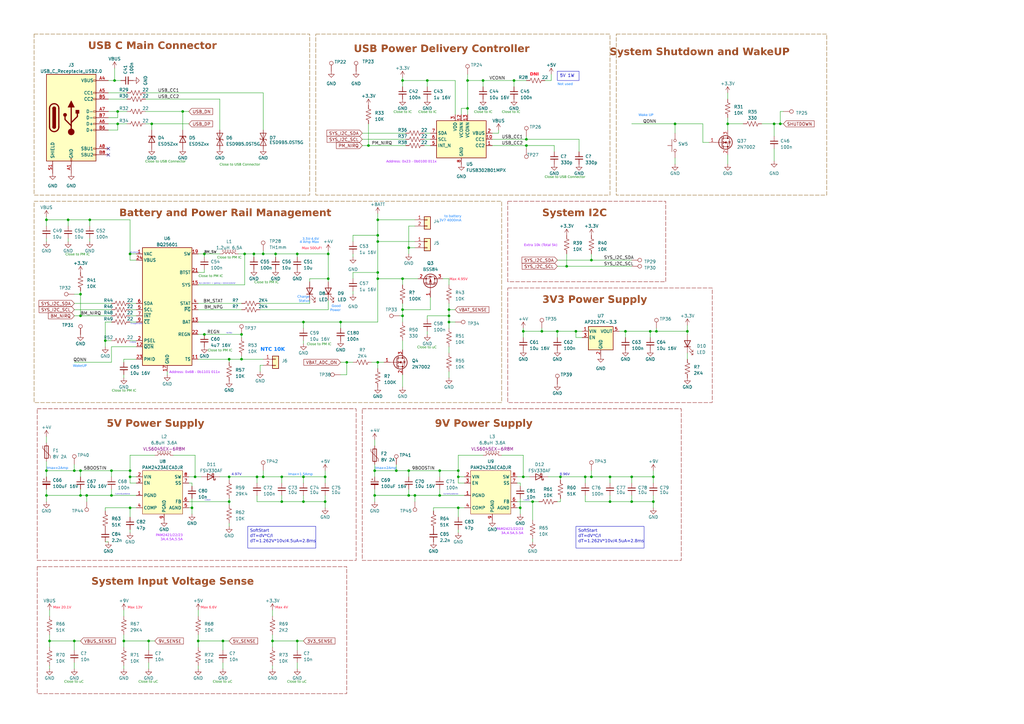
<source format=kicad_sch>
(kicad_sch (version 20230121) (generator eeschema)
  (paper "A3")
  (title_block (title "Power supply and USB") (date "2023-02-22") (rev "REV A") (company "Santiago Goldaraz") (comment 1 "santiagogoldaraz@gmail.com"))
  (junction (at 184.15 132.08))
  (junction (at 154.94 90.17))
  (junction (at 167.64 193.04))
  (junction (at 33.02 193.04))
  (junction (at 83.82 104.14))
  (junction (at 151.13 59.69))
  (junction (at 242.57 106.68))
  (junction (at 240.03 195.58))
  (junction (at 20.32 262.89))
  (junction (at 165.1 114.3))
  (junction (at 113.03 104.14))
  (junction (at 93.98 195.58))
  (junction (at 124.46 205.74))
  (junction (at 165.1 129.54))
  (junction (at 27.94 90.17))
  (junction (at 215.9 57.15))
  (junction (at 133.35 195.58))
  (junction (at 281.94 135.89))
  (junction (at 214.63 195.58))
  (junction (at 229.87 195.58))
  (junction (at 198.12 33.02))
  (junction (at 214.63 135.89))
  (junction (at 213.36 208.28))
  (junction (at 93.98 147.32))
  (junction (at 191.77 33.02))
  (junction (at 184.15 129.54))
  (junction (at 105.41 195.58))
  (junction (at 53.34 104.14))
  (junction (at 53.34 193.04))
  (junction (at 215.9 59.69))
  (junction (at 19.05 90.17))
  (junction (at 48.26 45.72))
  (junction (at 115.57 195.58))
  (junction (at 191.77 44.45))
  (junction (at 267.97 205.74))
  (junction (at 30.48 262.89))
  (junction (at 80.01 195.58))
  (junction (at 317.5 50.8))
  (junction (at 267.97 195.58))
  (junction (at 259.08 205.74))
  (junction (at 153.67 203.2))
  (junction (at 236.22 135.89))
  (junction (at 250.19 205.74))
  (junction (at 232.41 109.22))
  (junction (at 33.02 129.54))
  (junction (at 60.96 262.89))
  (junction (at 228.6 135.89))
  (junction (at 180.34 193.04))
  (junction (at 187.96 208.28))
  (junction (at 74.93 45.72))
  (junction (at 78.74 208.28))
  (junction (at 121.92 104.14))
  (junction (at 62.23 50.8))
  (junction (at 99.06 137.16))
  (junction (at 218.44 205.74))
  (junction (at 45.72 203.2))
  (junction (at 91.44 262.89))
  (junction (at 19.05 203.2))
  (junction (at 100.33 104.14))
  (junction (at 107.95 104.14))
  (junction (at 45.72 193.04))
  (junction (at 124.46 195.58))
  (junction (at 187.96 195.58))
  (junction (at 107.95 195.58))
  (junction (at 111.76 262.89))
  (junction (at 298.45 50.8))
  (junction (at 99.06 147.32))
  (junction (at 165.1 33.02))
  (junction (at 48.26 50.8))
  (junction (at 30.48 193.04))
  (junction (at 154.94 96.52))
  (junction (at 139.7 132.08))
  (junction (at 33.02 120.65))
  (junction (at 133.35 205.74))
  (junction (at 36.83 90.17))
  (junction (at 134.62 104.14))
  (junction (at 35.56 203.2))
  (junction (at 167.64 101.6))
  (junction (at 320.04 50.8))
  (junction (at 266.7 135.89))
  (junction (at 153.67 193.04))
  (junction (at 33.02 203.2))
  (junction (at 222.25 135.89))
  (junction (at 187.96 193.04))
  (junction (at 104.14 104.14))
  (junction (at 276.86 50.8))
  (junction (at 259.08 195.58))
  (junction (at 175.26 33.02))
  (junction (at 154.94 111.76))
  (junction (at 256.54 135.89))
  (junction (at 142.24 148.59))
  (junction (at 154.94 99.06))
  (junction (at 93.98 205.74))
  (junction (at 83.82 137.16))
  (junction (at 121.92 262.89))
  (junction (at 81.28 262.89))
  (junction (at 250.19 195.58))
  (junction (at 50.8 262.89))
  (junction (at 162.56 193.04))
  (junction (at 53.34 208.28))
  (junction (at 210.82 33.02))
  (junction (at 184.15 127))
  (junction (at 124.46 132.08))
  (junction (at 167.64 203.2))
  (junction (at 154.94 114.3))
  (junction (at 165.1 127))
  (junction (at 269.24 135.89))
  (junction (at 154.94 148.59))
  (junction (at 134.62 114.3))
  (junction (at 115.57 205.74))
  (junction (at 43.18 139.7))
  (junction (at 170.18 203.2))
  (junction (at 19.05 193.04))
  (junction (at 180.34 203.2))
  (junction (at 242.57 195.58))
  (junction (at 46.99 33.02))
  (junction (at 53.34 195.58))
  (no_connect (at 44.45 60.96))
  (no_connect (at 44.45 63.5))
  (wire (pts (xy 152.4 148.59) (xy 154.94 148.59)))
  (wire (pts (xy 213.36 208.28) (xy 213.36 210.82)))
  (wire (pts (xy 190.5 195.58) (xy 187.96 195.58)))
  (wire (pts (xy 165.1 127) (xy 165.1 129.54)))
  (wire (pts (xy 20.32 260.35) (xy 20.32 262.89)))
  (wire (pts (xy 229.87 205.74) (xy 228.6 205.74)))
  (wire (pts (xy 167.64 101.6) (xy 170.18 101.6)))
  (wire (pts (xy 105.41 203.2) (xy 105.41 205.74)))
  (wire (pts (xy 107.95 149.86) (xy 106.68 149.86)))
  (wire (pts (xy 30.48 190.5) (xy 30.48 193.04)))
  (wire (pts (xy 175.26 33.02) (xy 186.69 33.02)))
  (wire (pts (xy 184.15 124.46) (xy 184.15 127)))
  (wire (pts (xy 133.35 205.74) (xy 133.35 208.28)))
  (wire (pts (xy 214.63 138.43) (xy 214.63 135.89)))
  (wire (pts (xy 256.54 135.89) (xy 266.7 135.89)))
  (wire (pts (xy 50.8 147.32) (xy 50.8 148.59)))
  (wire (pts (xy 100.33 116.84) (xy 100.33 104.14)))
  (wire (pts (xy 60.96 262.89) (xy 50.8 262.89)))
  (wire (pts (xy 105.41 195.58) (xy 107.95 195.58)))
  (wire (pts (xy 60.96 262.89) (xy 63.5 262.89)))
  (wire (pts (xy 181.61 114.3) (xy 184.15 114.3)))
  (wire (pts (xy 121.92 262.89) (xy 111.76 262.89)))
  (wire (pts (xy 317.5 66.04) (xy 317.5 60.96)))
  (wire (pts (xy 27.94 99.06) (xy 27.94 97.79)))
  (wire (pts (xy 133.35 195.58) (xy 133.35 198.12)))
  (wire (pts (xy 144.78 114.3) (xy 144.78 111.76)))
  (wire (pts (xy 236.22 135.89) (xy 238.76 135.89)))
  (wire (pts (xy 124.46 132.08) (xy 124.46 134.62)))
  (wire (pts (xy 93.98 196.85) (xy 93.98 195.58)))
  (wire (pts (xy 214.63 135.89) (xy 222.25 135.89)))
  (wire (pts (xy 242.57 193.04) (xy 242.57 195.58)))
  (wire (pts (xy 269.24 134.62) (xy 269.24 135.89)))
  (wire (pts (xy 175.26 135.89) (xy 175.26 137.16)))
  (wire (pts (xy 165.1 33.02) (xy 165.1 35.56)))
  (wire (pts (xy 184.15 114.3) (xy 184.15 116.84)))
  (wire (pts (xy 218.44 205.74) (xy 220.98 205.74)))
  (wire (pts (xy 198.12 35.56) (xy 198.12 33.02)))
  (wire (pts (xy 124.46 139.7) (xy 124.46 140.97)))
  (wire (pts (xy 198.12 33.02) (xy 210.82 33.02)))
  (wire (pts (xy 163.83 129.54) (xy 165.1 129.54)))
  (wire (pts (xy 215.9 60.96) (xy 215.9 59.69)))
  (wire (pts (xy 165.1 139.7) (xy 165.1 143.51)))
  (wire (pts (xy 240.03 195.58) (xy 242.57 195.58)))
  (wire (pts (xy 124.46 198.12) (xy 124.46 195.58)))
  (wire (pts (xy 33.02 203.2) (xy 19.05 203.2)))
  (wire (pts (xy 228.6 106.68) (xy 242.57 106.68)))
  (wire (pts (xy 48.26 53.34) (xy 44.45 53.34)))
  (wire (pts (xy 80.01 195.58) (xy 77.47 195.58)))
  (wire (pts (xy 59.69 38.1) (xy 107.95 38.1)))
  (wire (pts (xy 48.26 48.26) (xy 48.26 45.72)))
  (wire (pts (xy 93.98 215.9) (xy 93.98 214.63)))
  (wire (pts (xy 240.03 203.2) (xy 240.03 205.74)))
  (wire (pts (xy 30.48 193.04) (xy 33.02 193.04)))
  (wire (pts (xy 30.48 262.89) (xy 20.32 262.89)))
  (wire (pts (xy 213.36 198.12) (xy 213.36 199.39)))
  (wire (pts (xy 170.18 203.2) (xy 167.64 203.2)))
  (wire (pts (xy 19.05 193.04) (xy 19.05 195.58)))
  (wire (pts (xy 321.31 45.72) (xy 320.04 45.72)))
  (wire (pts (xy 162.56 190.5) (xy 162.56 193.04)))
  (wire (pts (xy 55.88 198.12) (xy 53.34 198.12)))
  (wire (pts (xy 91.44 271.78) (xy 91.44 274.32)))
  (wire (pts (xy 53.34 186.69) (xy 53.34 193.04)))
  (wire (pts (xy 33.02 200.66) (xy 33.02 203.2)))
  (wire (pts (xy 142.24 148.59) (xy 144.78 148.59)))
  (wire (pts (xy 213.36 204.47) (xy 213.36 208.28)))
  (wire (pts (xy 210.82 35.56) (xy 210.82 33.02)))
  (wire (pts (xy 97.79 104.14) (xy 100.33 104.14)))
  (wire (pts (xy 229.87 196.85) (xy 229.87 195.58)))
  (wire (pts (xy 232.41 109.22) (xy 259.08 109.22)))
  (wire (pts (xy 30.48 262.89) (xy 30.48 266.7)))
  (wire (pts (xy 81.28 124.46) (xy 99.06 124.46)))
  (wire (pts (xy 121.92 104.14) (xy 134.62 104.14)))
  (wire (pts (xy 78.74 208.28) (xy 78.74 210.82)))
  (wire (pts (xy 50.8 260.35) (xy 50.8 262.89)))
  (wire (pts (xy 167.64 104.14) (xy 167.64 101.6)))
  (wire (pts (xy 165.1 129.54) (xy 165.1 132.08)))
  (wire (pts (xy 20.32 250.19) (xy 20.32 252.73)))
  (wire (pts (xy 107.95 53.34) (xy 107.95 38.1)))
  (wire (pts (xy 74.93 45.72) (xy 77.47 45.72)))
  (wire (pts (xy 238.76 138.43) (xy 236.22 138.43)))
  (wire (pts (xy 133.35 203.2) (xy 133.35 205.74)))
  (wire (pts (xy 153.67 180.34) (xy 153.67 182.88)))
  (wire (pts (xy 33.02 193.04) (xy 45.72 193.04)))
  (wire (pts (xy 180.34 200.66) (xy 180.34 203.2)))
  (wire (pts (xy 242.57 106.68) (xy 259.08 106.68)))
  (wire (pts (xy 218.44 222.25) (xy 218.44 220.98)))
  (wire (pts (xy 55.88 208.28) (xy 53.34 208.28)))
  (wire (pts (xy 198.12 33.02) (xy 191.77 33.02)))
  (wire (pts (xy 229.87 205.74) (xy 229.87 204.47)))
  (wire (pts (xy 153.67 193.04) (xy 153.67 195.58)))
  (wire (pts (xy 43.18 139.7) (xy 45.72 139.7)))
  (wire (pts (xy 187.96 218.44) (xy 187.96 217.17)))
  (wire (pts (xy 222.25 135.89) (xy 228.6 135.89)))
  (wire (pts (xy 115.57 205.74) (xy 124.46 205.74)))
  (wire (pts (xy 50.8 274.32) (xy 50.8 273.05)))
  (wire (pts (xy 106.68 127) (xy 134.62 127)))
  (wire (pts (xy 134.62 102.87) (xy 134.62 104.14)))
  (wire (pts (xy 43.18 132.08) (xy 45.72 132.08)))
  (wire (pts (xy 167.64 203.2) (xy 153.67 203.2)))
  (wire (pts (xy 53.34 193.04) (xy 53.34 195.58)))
  (wire (pts (xy 276.86 64.77) (xy 276.86 67.31)))
  (wire (pts (xy 124.46 132.08) (xy 139.7 132.08)))
  (wire (pts (xy 53.34 127) (xy 55.88 127)))
  (wire (pts (xy 111.76 250.19) (xy 111.76 252.73)))
  (wire (pts (xy 111.76 260.35) (xy 111.76 262.89)))
  (wire (pts (xy 250.19 198.12) (xy 250.19 195.58)))
  (wire (pts (xy 93.98 205.74) (xy 93.98 207.01)))
  (wire (pts (xy 242.57 195.58) (xy 250.19 195.58)))
  (wire (pts (xy 111.76 262.89) (xy 111.76 265.43)))
  (wire (pts (xy 45.72 203.2) (xy 35.56 203.2)))
  (wire (pts (xy 35.56 203.2) (xy 35.56 205.74)))
  (wire (pts (xy 43.18 222.25) (xy 44.45 222.25)))
  (wire (pts (xy 19.05 90.17) (xy 27.94 90.17)))
  (wire (pts (xy 240.03 198.12) (xy 240.03 195.58)))
  (wire (pts (xy 78.74 204.47) (xy 78.74 208.28)))
  (wire (pts (xy 184.15 129.54) (xy 184.15 132.08)))
  (wire (pts (xy 165.1 153.67) (xy 165.1 158.75)))
  (wire (pts (xy 215.9 55.88) (xy 215.9 57.15)))
  (wire (pts (xy 44.45 40.64) (xy 52.07 40.64)))
  (wire (pts (xy 144.78 96.52) (xy 154.94 96.52)))
  (wire (pts (xy 27.94 90.17) (xy 36.83 90.17)))
  (wire (pts (xy 167.64 193.04) (xy 180.34 193.04)))
  (wire (pts (xy 45.72 200.66) (xy 45.72 203.2)))
  (wire (pts (xy 191.77 44.45) (xy 191.77 46.99)))
  (wire (pts (xy 222.25 134.62) (xy 222.25 135.89)))
  (wire (pts (xy 19.05 99.06) (xy 19.05 97.79)))
  (wire (pts (xy 148.59 57.15) (xy 166.37 57.15)))
  (wire (pts (xy 176.53 121.92) (xy 176.53 127)))
  (wire (pts (xy 139.7 132.08) (xy 139.7 134.62)))
  (wire (pts (xy 113.03 105.41) (xy 113.03 104.14)))
  (wire (pts (xy 59.69 45.72) (xy 74.93 45.72)))
  (wire (pts (xy 134.62 127) (xy 134.62 123.19)))
  (wire (pts (xy 153.67 203.2) (xy 153.67 205.74)))
  (wire (pts (xy 124.46 203.2) (xy 124.46 205.74)))
  (wire (pts (xy 153.67 190.5) (xy 153.67 193.04)))
  (wire (pts (xy 312.42 50.8) (xy 317.5 50.8)))
  (wire (pts (xy 48.26 50.8) (xy 52.07 50.8)))
  (wire (pts (xy 298.45 53.34) (xy 298.45 50.8)))
  (wire (pts (xy 19.05 203.2) (xy 19.05 205.74)))
  (wire (pts (xy 232.41 104.14) (xy 232.41 109.22)))
  (wire (pts (xy 121.92 105.41) (xy 121.92 104.14)))
  (wire (pts (xy 68.58 153.67) (xy 68.58 152.4)))
  (wire (pts (xy 139.7 153.67) (xy 142.24 153.67)))
  (wire (pts (xy 259.08 198.12) (xy 259.08 195.58)))
  (wire (pts (xy 250.19 205.74) (xy 259.08 205.74)))
  (wire (pts (xy 250.19 203.2) (xy 250.19 205.74)))
  (wire (pts (xy 43.18 208.28) (xy 43.18 209.55)))
  (wire (pts (xy 77.47 205.74) (xy 93.98 205.74)))
  (wire (pts (xy 133.35 193.04) (xy 133.35 195.58)))
  (wire (pts (xy 151.13 50.8) (xy 151.13 59.69)))
  (wire (pts (xy 33.02 120.65) (xy 33.02 129.54)))
  (wire (pts (xy 105.41 198.12) (xy 105.41 195.58)))
  (wire (pts (xy 53.34 186.69) (xy 63.5 186.69)))
  (wire (pts (xy 124.46 195.58) (xy 115.57 195.58)))
  (wire (pts (xy 81.28 111.76) (xy 83.82 111.76)))
  (wire (pts (xy 45.72 195.58) (xy 45.72 193.04)))
  (wire (pts (xy 144.78 120.65) (xy 144.78 119.38)))
  (wire (pts (xy 184.15 142.24) (xy 184.15 144.78)))
  (wire (pts (xy 139.7 132.08) (xy 154.94 132.08)))
  (wire (pts (xy 151.13 59.69) (xy 166.37 59.69)))
  (wire (pts (xy 154.94 90.17) (xy 154.94 96.52)))
  (wire (pts (xy 19.05 90.17) (xy 19.05 92.71)))
  (wire (pts (xy 53.34 104.14) (xy 53.34 90.17)))
  (wire (pts (xy 19.05 203.2) (xy 19.05 200.66)))
  (wire (pts (xy 236.22 138.43) (xy 236.22 135.89)))
  (wire (pts (xy 154.94 99.06) (xy 154.94 111.76)))
  (wire (pts (xy 201.93 59.69) (xy 215.9 59.69)))
  (wire (pts (xy 48.26 45.72) (xy 44.45 45.72)))
  (wire (pts (xy 175.26 129.54) (xy 184.15 129.54)))
  (wire (pts (xy 167.64 101.6) (xy 167.64 92.71)))
  (wire (pts (xy 78.74 198.12) (xy 78.74 199.39)))
  (wire (pts (xy 127 114.3) (xy 134.62 114.3)))
  (wire (pts (xy 187.96 186.69) (xy 187.96 193.04)))
  (wire (pts (xy 53.34 208.28) (xy 53.34 212.09)))
  (wire (pts (xy 104.14 104.14) (xy 107.95 104.14)))
  (wire (pts (xy 165.1 114.3) (xy 171.45 114.3)))
  (wire (pts (xy 288.29 50.8) (xy 276.86 50.8)))
  (wire (pts (xy 267.97 193.04) (xy 267.97 195.58)))
  (wire (pts (xy 267.97 195.58) (xy 259.08 195.58)))
  (wire (pts (xy 53.34 129.54) (xy 55.88 129.54)))
  (wire (pts (xy 46.99 33.02) (xy 49.53 33.02)))
  (wire (pts (xy 228.6 109.22) (xy 232.41 109.22)))
  (wire (pts (xy 320.04 50.8) (xy 321.31 50.8)))
  (wire (pts (xy 121.92 262.89) (xy 124.46 262.89)))
  (wire (pts (xy 191.77 33.02) (xy 191.77 44.45)))
  (wire (pts (xy 266.7 135.89) (xy 269.24 135.89)))
  (wire (pts (xy 19.05 179.07) (xy 19.05 181.61)))
  (wire (pts (xy 214.63 195.58) (xy 217.17 195.58)))
  (wire (pts (xy 210.82 33.02) (xy 215.9 33.02)))
  (wire (pts (xy 215.9 57.15) (xy 237.49 57.15)))
  (wire (pts (xy 50.8 262.89) (xy 50.8 265.43)))
  (wire (pts (xy 153.67 193.04) (xy 162.56 193.04)))
  (wire (pts (xy 154.94 111.76) (xy 154.94 114.3)))
  (wire (pts (xy 19.05 90.17) (xy 19.05 88.9)))
  (wire (pts (xy 281.94 137.16) (xy 281.94 135.89)))
  (wire (pts (xy 36.83 99.06) (xy 36.83 97.79)))
  (wire (pts (xy 36.83 90.17) (xy 36.83 92.71)))
  (wire (pts (xy 228.6 135.89) (xy 236.22 135.89)))
  (wire (pts (xy 43.18 132.08) (xy 43.18 139.7)))
  (wire (pts (xy 53.34 218.44) (xy 53.34 217.17)))
  (wire (pts (xy 167.64 92.71) (xy 170.18 92.71)))
  (wire (pts (xy 91.44 262.89) (xy 91.44 266.7)))
  (wire (pts (xy 62.23 50.8) (xy 62.23 53.34)))
  (wire (pts (xy 115.57 198.12) (xy 115.57 195.58)))
  (wire (pts (xy 60.96 271.78) (xy 60.96 274.32)))
  (wire (pts (xy 267.97 203.2) (xy 267.97 205.74)))
  (wire (pts (xy 55.88 195.58) (xy 53.34 195.58)))
  (wire (pts (xy 298.45 67.31) (xy 298.45 63.5)))
  (wire (pts (xy 214.63 134.62) (xy 214.63 135.89)))
  (wire (pts (xy 77.47 198.12) (xy 78.74 198.12)))
  (wire (pts (xy 165.1 33.02) (xy 175.26 33.02)))
  (wire (pts (xy 53.34 132.08) (xy 55.88 132.08)))
  (wire (pts (xy 55.88 203.2) (xy 45.72 203.2)))
  (wire (pts (xy 121.92 271.78) (xy 121.92 274.32)))
  (wire (pts (xy 113.03 104.14) (xy 121.92 104.14)))
  (wire (pts (xy 212.09 208.28) (xy 213.36 208.28)))
  (wire (pts (xy 111.76 274.32) (xy 111.76 273.05)))
  (wire (pts (xy 224.79 195.58) (xy 229.87 195.58)))
  (wire (pts (xy 107.95 195.58) (xy 115.57 195.58)))
  (wire (pts (xy 186.69 33.02) (xy 186.69 46.99)))
  (wire (pts (xy 173.99 57.15) (xy 176.53 57.15)))
  (wire (pts (xy 229.87 195.58) (xy 240.03 195.58)))
  (wire (pts (xy 180.34 195.58) (xy 180.34 193.04)))
  (wire (pts (xy 30.48 120.65) (xy 33.02 120.65)))
  (wire (pts (xy 53.34 104.14) (xy 55.88 104.14)))
  (wire (pts (xy 281.94 133.35) (xy 281.94 135.89)))
  (wire (pts (xy 267.97 205.74) (xy 267.97 208.28)))
  (wire (pts (xy 55.88 147.32) (xy 50.8 147.32)))
  (wire (pts (xy 46.99 33.02) (xy 46.99 27.94)))
  (wire (pts (xy 165.1 114.3) (xy 165.1 116.84)))
  (wire (pts (xy 19.05 193.04) (xy 30.48 193.04)))
  (wire (pts (xy 80.01 195.58) (xy 82.55 195.58)))
  (wire (pts (xy 35.56 203.2) (xy 33.02 203.2)))
  (wire (pts (xy 259.08 205.74) (xy 267.97 205.74)))
  (wire (pts (xy 20.32 274.32) (xy 20.32 273.05)))
  (wire (pts (xy 99.06 138.43) (xy 99.06 137.16)))
  (wire (pts (xy 124.46 205.74) (xy 133.35 205.74)))
  (wire (pts (xy 165.1 31.75) (xy 165.1 33.02)))
  (wire (pts (xy 298.45 48.26) (xy 298.45 50.8)))
  (wire (pts (xy 240.03 205.74) (xy 250.19 205.74)))
  (wire (pts (xy 212.09 205.74) (xy 218.44 205.74)))
  (wire (pts (xy 30.48 148.59) (xy 45.72 148.59)))
  (wire (pts (xy 190.5 198.12) (xy 187.96 198.12)))
  (wire (pts (xy 204.47 53.34) (xy 204.47 54.61)))
  (wire (pts (xy 189.23 44.45) (xy 191.77 44.45)))
  (wire (pts (xy 154.94 114.3) (xy 165.1 114.3)))
  (wire (pts (xy 30.48 129.54) (xy 33.02 129.54)))
  (wire (pts (xy 154.94 99.06) (xy 170.18 99.06)))
  (wire (pts (xy 19.05 189.23) (xy 19.05 193.04)))
  (wire (pts (xy 154.94 90.17) (xy 170.18 90.17)))
  (wire (pts (xy 30.48 271.78) (xy 30.48 274.32)))
  (wire (pts (xy 191.77 30.48) (xy 191.77 33.02)))
  (wire (pts (xy 30.48 127) (xy 45.72 127)))
  (wire (pts (xy 173.99 54.61) (xy 176.53 54.61)))
  (wire (pts (xy 93.98 205.74) (xy 93.98 204.47)))
  (wire (pts (xy 127 124.46) (xy 127 123.19)))
  (wire (pts (xy 250.19 195.58) (xy 259.08 195.58)))
  (wire (pts (xy 190.5 203.2) (xy 180.34 203.2)))
  (wire (pts (xy 59.69 40.64) (xy 90.17 40.64)))
  (wire (pts (xy 20.32 262.89) (xy 20.32 265.43)))
  (wire (pts (xy 53.34 139.7) (xy 55.88 139.7)))
  (wire (pts (xy 91.44 262.89) (xy 93.98 262.89)))
  (wire (pts (xy 187.96 186.69) (xy 198.12 186.69)))
  (wire (pts (xy 148.59 59.69) (xy 151.13 59.69)))
  (wire (pts (xy 50.8 154.94) (xy 50.8 153.67)))
  (wire (pts (xy 44.45 48.26) (xy 48.26 48.26)))
  (wire (pts (xy 162.56 193.04) (xy 167.64 193.04)))
  (wire (pts (xy 53.34 106.68) (xy 53.34 104.14)))
  (wire (pts (xy 170.18 203.2) (xy 170.18 205.74)))
  (wire (pts (xy 30.48 124.46) (xy 45.72 124.46)))
  (wire (pts (xy 33.02 129.54) (xy 45.72 129.54)))
  (wire (pts (xy 205.74 186.69) (xy 214.63 186.69)))
  (wire (pts (xy 80.01 186.69) (xy 80.01 195.58)))
  (wire (pts (xy 177.8 208.28) (xy 177.8 209.55)))
  (wire (pts (xy 81.28 127) (xy 99.06 127)))
  (wire (pts (xy 187.96 193.04) (xy 187.96 195.58)))
  (wire (pts (xy 44.45 33.02) (xy 46.99 33.02)))
  (wire (pts (xy 93.98 147.32) (xy 99.06 147.32)))
  (wire (pts (xy 45.72 142.24) (xy 45.72 148.59)))
  (wire (pts (xy 227.33 62.23) (xy 227.33 59.69)))
  (wire (pts (xy 104.14 104.14) (xy 104.14 105.41)))
  (wire (pts (xy 99.06 146.05) (xy 99.06 147.32)))
  (wire (pts (xy 212.09 198.12) (xy 213.36 198.12)))
  (wire (pts (xy 81.28 104.14) (xy 83.82 104.14)))
  (wire (pts (xy 187.96 198.12) (xy 187.96 195.58)))
  (wire (pts (xy 144.78 105.41) (xy 144.78 104.14)))
  (wire (pts (xy 74.93 45.72) (xy 74.93 53.34)))
  (wire (pts (xy 228.6 138.43) (xy 228.6 135.89)))
  (wire (pts (xy 276.86 50.8) (xy 276.86 54.61)))
  (wire (pts (xy 107.95 102.87) (xy 107.95 104.14)))
  (wire (pts (xy 142.24 153.67) (xy 142.24 148.59)))
  (wire (pts (xy 115.57 203.2) (xy 115.57 205.74)))
  (wire (pts (xy 190.5 208.28) (xy 187.96 208.28)))
  (wire (pts (xy 184.15 152.4) (xy 184.15 154.94)))
  (wire (pts (xy 77.47 208.28) (xy 78.74 208.28)))
  (wire (pts (xy 180.34 203.2) (xy 170.18 203.2)))
  (wire (pts (xy 81.28 262.89) (xy 81.28 265.43)))
  (wire (pts (xy 83.82 104.14) (xy 90.17 104.14)))
  (wire (pts (xy 133.35 195.58) (xy 124.46 195.58)))
  (wire (pts (xy 165.1 127) (xy 165.1 124.46)))
  (wire (pts (xy 242.57 104.14) (xy 242.57 106.68)))
  (wire (pts (xy 204.47 54.61) (xy 201.93 54.61)))
  (wire (pts (xy 44.45 50.8) (xy 48.26 50.8)))
  (wire (pts (xy 53.34 208.28) (xy 43.18 208.28)))
  (wire (pts (xy 91.44 262.89) (xy 81.28 262.89)))
  (wire (pts (xy 83.82 137.16) (xy 99.06 137.16)))
  (wire (pts (xy 121.92 262.89) (xy 121.92 266.7)))
  (wire (pts (xy 154.94 148.59) (xy 157.48 148.59)))
  (wire (pts (xy 127 115.57) (xy 127 114.3)))
  (wire (pts (xy 53.34 198.12) (xy 53.34 195.58)))
  (wire (pts (xy 175.26 35.56) (xy 175.26 33.02)))
  (wire (pts (xy 259.08 203.2) (xy 259.08 205.74)))
  (wire (pts (xy 214.63 186.69) (xy 214.63 195.58)))
  (wire (pts (xy 154.94 96.52) (xy 154.94 99.06)))
  (wire (pts (xy 317.5 55.88) (xy 317.5 50.8)))
  (wire (pts (xy 154.94 148.59) (xy 154.94 151.13)))
  (wire (pts (xy 214.63 195.58) (xy 212.09 195.58)))
  (wire (pts (xy 81.28 116.84) (xy 100.33 116.84)))
  (wire (pts (xy 148.59 54.61) (xy 166.37 54.61)))
  (wire (pts (xy 27.94 90.17) (xy 27.94 92.71)))
  (wire (pts (xy 175.26 130.81) (xy 175.26 129.54)))
  (wire (pts (xy 81.28 274.32) (xy 81.28 273.05)))
  (wire (pts (xy 93.98 195.58) (xy 105.41 195.58)))
  (wire (pts (xy 106.68 149.86) (xy 106.68 152.4)))
  (wire (pts (xy 167.64 195.58) (xy 167.64 193.04)))
  (wire (pts (xy 184.15 127) (xy 186.69 127)))
  (wire (pts (xy 184.15 127) (xy 184.15 129.54)))
  (wire (pts (xy 48.26 50.8) (xy 48.26 53.34)))
  (wire (pts (xy 254 135.89) (xy 256.54 135.89)))
  (wire (pts (xy 256.54 135.89) (xy 256.54 138.43)))
  (wire (pts (xy 167.64 200.66) (xy 167.64 203.2)))
  (wire (pts (xy 154.94 87.63) (xy 154.94 90.17)))
  (wire (pts (xy 134.62 104.14) (xy 134.62 114.3)))
  (wire (pts (xy 107.95 104.14) (xy 113.03 104.14)))
  (wire (pts (xy 184.15 132.08) (xy 184.15 134.62)))
  (wire (pts (xy 215.9 59.69) (xy 227.33 59.69)))
  (wire (pts (xy 50.8 250.19) (xy 50.8 252.73)))
  (wire (pts (xy 298.45 38.1) (xy 298.45 40.64)))
  (wire (pts (xy 53.34 106.68) (xy 55.88 106.68)))
  (wire (pts (xy 48.26 45.72) (xy 52.07 45.72)))
  (wire (pts (xy 81.28 147.32) (xy 93.98 147.32)))
  (wire (pts (xy 269.24 135.89) (xy 281.94 135.89)))
  (wire (pts (xy 81.28 250.19) (xy 81.28 252.73)))
  (wire (pts (xy 81.28 132.08) (xy 124.46 132.08)))
  (wire (pts (xy 99.06 147.32) (xy 107.95 147.32)))
  (wire (pts (xy 259.08 50.8) (xy 276.86 50.8)))
  (wire (pts (xy 173.99 59.69) (xy 176.53 59.69)))
  (wire (pts (xy 320.04 45.72) (xy 320.04 50.8)))
  (wire (pts (xy 176.53 127) (xy 165.1 127)))
  (wire (pts (xy 53.34 124.46) (xy 55.88 124.46)))
  (wire (pts (xy 30.48 262.89) (xy 33.02 262.89)))
  (wire (pts (xy 134.62 114.3) (xy 134.62 115.57)))
  (wire (pts (xy 144.78 99.06) (xy 144.78 96.52)))
  (wire (pts (xy 201.93 57.15) (xy 215.9 57.15)))
  (wire (pts (xy 33.02 119.38) (xy 33.02 120.65)))
  (wire (pts (xy 281.94 144.78) (xy 281.94 147.32)))
  (wire (pts (xy 139.7 148.59) (xy 142.24 148.59)))
  (wire (pts (xy 317.5 50.8) (xy 320.04 50.8)))
  (wire (pts (xy 90.17 53.34) (xy 90.17 40.64)))
  (wire (pts (xy 106.68 124.46) (xy 127 124.46)))
  (wire (pts (xy 187.96 208.28) (xy 187.96 212.09)))
  (wire (pts (xy 266.7 138.43) (xy 266.7 135.89)))
  (wire (pts (xy 93.98 195.58) (xy 90.17 195.58)))
  (wire (pts (xy 237.49 57.15) (xy 237.49 62.23)))
  (wire (pts (xy 33.02 195.58) (xy 33.02 193.04)))
  (wire (pts (xy 288.29 58.42) (xy 288.29 50.8)))
  (wire (pts (xy 223.52 33.02) (xy 226.06 33.02)))
  (wire (pts (xy 267.97 195.58) (xy 267.97 198.12)))
  (wire (pts (xy 36.83 90.17) (xy 53.34 90.17)))
  (wire (pts (xy 81.28 137.16) (xy 83.82 137.16)))
  (wire (pts (xy 81.28 260.35) (xy 81.28 262.89)))
  (wire (pts (xy 100.33 104.14) (xy 104.14 104.14)))
  (wire (pts (xy 83.82 105.41) (xy 83.82 104.14)))
  (wire (pts (xy 290.83 58.42) (xy 288.29 58.42)))
  (wire (pts (xy 71.12 186.69) (xy 80.01 186.69)))
  (wire (pts (xy 93.98 148.59) (xy 93.98 147.32)))
  (wire (pts (xy 298.45 50.8) (xy 304.8 50.8)))
  (wire (pts (xy 187.96 208.28) (xy 177.8 208.28)))
  (wire (pts (xy 83.82 111.76) (xy 83.82 110.49)))
  (wire (pts (xy 218.44 205.74) (xy 218.44 213.36)))
  (wire (pts (xy 44.45 38.1) (xy 52.07 38.1)))
  (wire (pts (xy 144.78 111.76) (xy 154.94 111.76)))
  (wire (pts (xy 55.88 142.24) (xy 45.72 142.24)))
  (wire (pts (xy 226.06 33.02) (xy 226.06 30.48)))
  (wire (pts (xy 107.95 193.04) (xy 107.95 195.58)))
  (wire (pts (xy 180.34 193.04) (xy 187.96 193.04)))
  (wire (pts (xy 62.23 50.8) (xy 77.47 50.8)))
  (wire (pts (xy 105.41 205.74) (xy 115.57 205.74)))
  (wire (pts (xy 153.67 203.2) (xy 153.67 200.66)))
  (wire (pts (xy 60.96 262.89) (xy 60.96 266.7)))
  (wire (pts (xy 154.94 114.3) (xy 154.94 132.08)))
  (wire (pts (xy 45.72 193.04) (xy 53.34 193.04)))
  (wire (pts (xy 43.18 139.7) (xy 43.18 142.24)))
  (wire (pts (xy 59.69 50.8) (xy 62.23 50.8)))
  (wire (pts (xy 189.23 46.99) (xy 189.23 44.45)))
  (wire (pts (xy 184.15 132.08) (xy 186.69 132.08)))
  (rectangle (start 208.28 118.11) (end 292.1 165.1) (stroke (width 0) (type dash) (color 132 0 0 1)))
  (rectangle (start 15.24 232.41) (end 142.24 284.48) (stroke (width 0) (type dash) (color 132 0 0 1)))
  (rectangle (start 15.24 167.64) (end 146.05 229.87) (stroke (width 0) (type dash) (color 132 0 0 1)))
  (rectangle (start 252.73 13.97) (end 339.09 80.01) (stroke (width 0) (type dash) (color 128 77 0 1)))
  (rectangle (start 148.59 167.64) (end 279.4 229.87) (stroke (width 0) (type dash) (color 132 0 0 1)))
  (rectangle (start 13.97 82.55) (end 205.74 165.1) (stroke (width 0) (type dash) (color 128 77 0 1)))
  (rectangle (start 129.54 13.97) (end 250.19 80.01) (stroke (width 0) (type dash) (color 128 77 0 1)))
  (rectangle (start 208.28 82.55) (end 273.05 115.57) (stroke (width 0) (type dash) (color 132 0 0 1)))
  (rectangle (start 13.97 13.97) (end 127 80.01) (stroke (width 0) (type dash) (color 128 77 0 1)))
  (text_box "5V 1W" (at 228.6 29.21 0) (size 8.89 3.81) (effects (font (size 1.27 1.27)) (justify left top)))
  (text_box "SoftStart\ndT=dV*C/I\ndT=1.262V*10v/4.5uA=2.8ms" (at 101.6 215.9 0) (size 27.94 8.89) (effects (font (size 1.27 1.27)) (justify left top)))
  (text_box "SoftStart\ndT=dV*C/I\ndT=1.262V*10v/4.5uA=2.8ms" (at 236.22 215.9 0) (size 27.94 8.89) (effects (font (size 1.27 1.27)) (justify left top)))
  (text "3.5V-4.6V" (at 130.81 99.06 0) (effects (font (size 1 1)) (justify right bottom)))
  (text "System I2C\n" (at 248.92 90.17 0) (effects (font (size 3 3) (thickness 0.4) bold) (justify right bottom)))
  (text "Close to PM IC" (at 36.83 105.41 0) (effects (font (size 1 1)) (justify right bottom)))
  (text "Imax=2Amp" (at 162.56 193.04 0) (effects (font (size 1 1)) (justify right bottom)))
  (text "Charge\nStatus" (at 127 124.46 0) (effects (font (size 1 1)) (justify right bottom)))
  (text "Close to PM IC" (at 135.89 142.24 0) (effects (font (size 1 1)) (justify right bottom)))
  (text "Imax=1.5Amp" (at 128.27 195.58 0) (effects (font (size 1 1)) (justify right bottom)))
  (text "4.97V" (at 99.06 195.58 0) (effects (font (size 1 1)) (justify right bottom)))
  (text "Ron:20mOhm -> @4Amp = 80mV/320mW" (at 96.52 116.84 0) (effects (font (size 0.5 0.5)) (justify right bottom)))
  (text "Close to uC" (at 179.07 143.51 0) (effects (font (size 1 1)) (justify right bottom)))
  (text "Close to PM IC" (at 55.88 161.29 0) (effects (font (size 1 1)) (justify right bottom)))
  (text "USB Power Delivery Controller\n" (at 217.17 22.86 0) (effects (font (size 3 3) (thickness 0.4) bold) (justify right bottom)))
  (text "Close to USB Connector" (at 106.68 68.58 0) (effects (font (size 1 1)) (justify right bottom)))
  (text "PAM2421/22/23\n3A,4.5A,5.5A" (at 214.63 219.71 0) (effects (font (size 1 1)) (justify right bottom)))
  (text "Close to PM IC" (at 95.25 144.78 0) (effects (font (size 1 1)) (justify right bottom)))
  (text "Max 20.1V" (at 29.21 250.19 0) (effects (font (size 1 1)) (justify right bottom)))
  (text "Close to IC" (at 168.91 46.99 0) (effects (font (size 1 1)) (justify right bottom)))
  (text "Close to IC" (at 213.36 46.99 0) (effects (font (size 1 1)) (justify right bottom)))
  (text "Max 6.6V" (at 88.9 250.19 0) (effects (font (size 1 1)) (justify right bottom)))
  (text "Close to USB Connector" (at 76.2 67.31 0) (effects (font (size 1 1)) (justify right bottom)))
  (text "ChargeEnable" (at 58.42 133.35 0) (effects (font (size 0.5 0.5)) (justify right bottom)))
  (text "Not used" (at 234.95 35.56 0) (effects (font (size 1 1)) (justify right bottom)))
  (text "Close to uC" (at 125.73 280.67 0) (effects (font (size 1 1)) (justify right bottom)))
  (text "Max 4.95V" (at 191.77 115.57 0) (effects (font (size 1 1)) (justify right bottom)))
  (text "Close to uC" (at 64.77 280.67 0) (effects (font (size 1 1)) (justify right bottom)))
  (text "VbusSense" (at 57.15 104.14 0) (effects (font (size 0.5 0.5)) (justify right bottom)))
  (text "Close to uC" (at 95.25 280.67 0) (effects (font (size 1 1)) (justify right bottom)))
  (text "9V Power Supply\n" (at 218.44 176.53 0) (effects (font (size 3 3) (thickness 0.4) bold) (justify right bottom)))
  (text "Close to PM IC" (at 91.44 114.3 0) (effects (font (size 1 1)) (justify right bottom)))
  (text "Close to uC" (at 34.29 280.67 0) (effects (font (size 1 1)) (justify right bottom)))
  (text "WakeUP" (at 35.56 151.13 0) (effects (font (size 1 1)) (justify right bottom)))
  (text "Address: 0x6B - 0b1101 011x" (at 90.17 153.67 0) (effects (font (size 1 1)) (justify right bottom)))
  (text "2.4Amp" (at 55.88 140.97 0) (effects (font (size 0.5 0.5)) (justify right bottom)))
  (text "to battery\n3V7 4000mA\n" (at 189.23 91.44 0) (effects (font (size 1 1)) (justify right bottom)))
  (text "System Input Voltage Sense\n" (at 104.14 241.3 0) (effects (font (size 3 3) (thickness 0.4) bold) (justify right bottom)))
  (text "1.262V\n" (at 217.17 205.74 0) (effects (font (size 0.5 0.5)) (justify right bottom)))
  (text "5V Power Supply\n" (at 83.82 176.53 0) (effects (font (size 3 3) (thickness 0.4) bold) (justify right bottom)))
  (text "Imax=2Amp" (at 27.94 193.04 0) (effects (font (size 1 1)) (justify right bottom)))
  (text "4 Amp Max" (at 130.81 100.33 0) (effects (font (size 1 1)) (justify right bottom)))
  (text "USB C Main Connector\n" (at 88.9 21.59 0) (effects (font (size 3 3) (thickness 0.4) bold) (justify right bottom)))
  (text "Max 13V" (at 58.42 250.19 0) (effects (font (size 1 1)) (justify right bottom)))
  (text "4v7/6v" (at 95.25 137.16 0) (effects (font (size 0.5 0.5)) (justify right bottom)))
  (text "System Shutdown and WakeUP" (at 323.85 24.13 0) (effects (font (size 3 3) (thickness 0.4) bold) (justify right bottom)))
  (text "1.262V\n" (at 86.36 205.74 0) (effects (font (size 0.5 0.5)) (justify right bottom)))
  (text "DNI\n" (at 220.98 31.75 0) (effects (font (size 1.27 1.27) (thickness 0.254) bold) (justify right bottom)))
  (text "Address: 0x23 - 0b0100 011x" (at 179.07 67.31 0) (effects (font (size 1 1)) (justify right bottom)))
  (text "CurrentLowSense" (at 187.96 203.2 0) (effects (font (size 0.5 0.5)) (justify right bottom)))
  (text "NTC 10K" (at 116.84 144.78 0) (effects (font (size 1.5 1.5) (thickness 0.2) bold) (justify right bottom)))
  (text "3V3 Power Supply\n" (at 265.43 125.73 0) (effects (font (size 3 3) (thickness 0.4) bold) (justify right bottom)))
  (text "Wake UP" (at 267.97 48.26 0) (effects (font (size 1 1)) (justify right bottom)))
  (text "Close to IC" (at 201.93 46.99 0) (effects (font (size 1 1)) (justify right bottom)))
  (text "Close to PM IC" (at 99.06 106.68 0) (effects (font (size 1 1)) (justify right bottom)))
  (text "Extra 10k (Total 5k)" (at 228.6 101.6 0) (effects (font (size 1 1)) (justify right bottom)))
  (text "Good\nPower" (at 139.7 128.27 0) (effects (font (size 1 1)) (justify right bottom)))
  (text "Max 4V" (at 118.11 250.19 0) (effects (font (size 1 1)) (justify right bottom)))
  (text "Close to PM IC" (at 114.3 116.84 0) (effects (font (size 1 1)) (justify right bottom)))
  (text "Close to USB Connector" (at 240.03 73.66 0) (effects (font (size 1 1)) (justify right bottom)))
  (text "Close to IC" (at 179.07 46.99 0) (effects (font (size 1 1)) (justify right bottom)))
  (text "CurrentLowSense" (at 53.34 203.2 0) (effects (font (size 0.5 0.5)) (justify right bottom)))
  (text "8.96V" (at 233.68 195.58 0) (effects (font (size 1 1)) (justify right bottom)))
  (text "Battery and Power Rail Management" (at 135.89 90.17 0) (effects (font (size 3 3) (thickness 0.4) bold) (justify right bottom)))
  (text "Max 500uF!" (at 132.08 102.87 0) (effects (font (size 1 1)) (justify right bottom)))
  (text "PAM2421/22/23\n3A,4.5A,5.5A" (at 74.93 222.25 0) (effects (font (size 1 1)) (justify right bottom)))
  (label "SYS_I2C_SDA" (at 247.65 106.68 0))
  (label "QONN" (at 35.56 148.59 180))
  (label "VCONN" (at 200.66 33.02 0))
  (label "9BOOSTIN" (at 168.91 193.04 0))
  (label "USB_CC2" (at 64.77 40.64 0))
  (label "BM_STAT" (at 91.44 124.46 180))
  (label "5BOOSTIN" (at 34.29 193.04 0))
  (label "USB_CC1" (at 64.77 38.1 0))
  (label "PM_NIRQ" (at 152.4 59.69 0))
  (label "QONN" (at 269.24 50.8 180))
  (label "USB_CC2" (at 205.74 59.69 0))
  (label "REGN" (at 90.17 137.16 180))
  (label "BM_SW" (at 88.9 104.14 180) (effects (font (size 1 1))))
  (label "SYS_I2C_SCL" (at 247.65 109.22 0))
  (label "USB_CC1" (at 205.74 57.15 0))
  (label "BM_NPG" (at 91.44 127 180))
  (label "BM_NIRQ" (at 33.02 129.54 0))
  (global_label "SYS_I2C_SDA" (shape input) (at 228.6 106.68 180) (property "Intersheetrefs" "${INTERSHEET_REFS}" (effects hide)))
  (global_label "VBUS_SENSE" (shape input) (at 33.02 262.89 0) (property "Intersheetrefs" "${INTERSHEET_REFS}" (effects hide)))
  (global_label "SYS_I2C_SDA" (shape input) (at 148.59 54.61 180) (property "Intersheetrefs" "${INTERSHEET_REFS}" (effects hide)))
  (global_label "BM_NIRQ" (shape input) (at 30.48 129.54 180) (property "Intersheetrefs" "${INTERSHEET_REFS}" (effects hide)))
  (global_label "SYS_I2C_SDA" (shape input) (at 30.48 124.46 180) (property "Intersheetrefs" "${INTERSHEET_REFS}" (effects hide)))
  (global_label "USB_DN" (shape input) (at 77.47 45.72 0) (property "Intersheetrefs" "${INTERSHEET_REFS}" (effects hide)))
  (global_label "3V3_SENSE" (shape input) (at 124.46 262.89 0) (property "Intersheetrefs" "${INTERSHEET_REFS}" (effects hide)))
  (global_label "PM_NIRQ" (shape input) (at 148.59 59.69 180) (property "Intersheetrefs" "${INTERSHEET_REFS}" (effects hide)))
  (global_label "SYS_I2C_SCL" (shape input) (at 30.48 127 180) (property "Intersheetrefs" "${INTERSHEET_REFS}" (effects hide)))
  (global_label "SYS_I2C_SCL" (shape input) (at 148.59 57.15 180) (property "Intersheetrefs" "${INTERSHEET_REFS}" (effects hide)))
  (global_label "SYS_I2C_SCL" (shape input) (at 228.6 109.22 180) (property "Intersheetrefs" "${INTERSHEET_REFS}" (effects hide)))
  (global_label "VBAT_SENSE" (shape input) (at 186.69 127 0) (property "Intersheetrefs" "${INTERSHEET_REFS}" (effects hide)))
  (global_label "VBAT_ADC_ON" (shape input) (at 139.7 148.59 180) (property "Intersheetrefs" "${INTERSHEET_REFS}" (effects hide)))
  (global_label "5V_SENSE" (shape input) (at 93.98 262.89 0) (property "Intersheetrefs" "${INTERSHEET_REFS}" (effects hide)))
  (global_label "USB_DP" (shape input) (at 77.47 50.8 0) (property "Intersheetrefs" "${INTERSHEET_REFS}" (effects hide)))
  (global_label "SHUTDOWN" (shape input) (at 321.31 50.8 0) (property "Intersheetrefs" "${INTERSHEET_REFS}" (effects hide)))
  (global_label "9V_SENSE" (shape input) (at 63.5 262.89 0) (property "Intersheetrefs" "${INTERSHEET_REFS}" (effects hide)))
  (symbol (lib_id "Device:R_US") (at 151.13 46.99 180) (unit 1)
    (property "Reference" "R33" (at 153.67 46.355 0) (effects (justify right)))
    (property "Value" "10K" (at 153.67 48.895 0) (effects (justify right)))
    (property "Footprint" "Resistor_SMD:R_0402_1005Metric" (effects hide))
  )
  (symbol (lib_id "power:GND") (at 165.1 158.75 0) (unit 1)
    (property "Reference" "#PWR0193" (effects hide))
    (property "Value" "GND" (at 165.1 162.56 0))
  )
  (symbol (lib_id "power:GND") (at 68.58 153.67 0) (unit 1)
    (property "Reference" "#PWR0186" (effects hide))
    (property "Value" "GND" (at 68.58 157.48 0))
  )
  (symbol (lib_id "Connector:TestPoint") (at 30.48 120.65 90) (unit 1)
    (property "Reference" "TP32" (at 26.67 118.11 90))
    (property "Value" "S1mm" (effects hide))
    (property "Footprint" "TestPoint:TestPoint_Pad_1.0x1.0mm" (effects hide))
  )
  (symbol (lib_id "Device:R_US") (at 49.53 139.7 90) (unit 1)
    (property "Reference" "R52" (at 44.45 138.43 90))
    (property "Value" "22" (at 53.34 138.43 90))
    (property "Footprint" "Resistor_SMD:R_0402_1005Metric" (effects hide))
  )
  (symbol (lib_id "Device:Polyfuse") (at 19.05 185.42 0) (unit 1)
    (property "Reference" "F1" (at 21.59 184.785 0) (effects (justify left)))
    (property "Value" "8V 2A" (at 21.59 187.325 0) (effects (justify left)))
    (property "Footprint" "Resistor_SMD:R_1812_4532Metric" (effects hide))
    (property "Datasheet" "https://www.digikey.co.uk/en/products/detail/bel-fuse-inc/0ZCG0200FF2C/4156113" (effects hide))
  )
  (symbol (lib_id "Device:L_Ferrite") (at 201.93 186.69 90) (unit 1)
    (property "Reference" "L3" (at 201.93 179.07 90))
    (property "Value" "6.8uH 3.6A" (at 201.93 181.61 90))
    (property "Footprint" "Inductor_SMD:L_Ferrocore_DLG-0504" (effects hide))
    (property "Datasheet" "https://www.digikey.co.uk/en/products/detail/tdk-corporation/VLS6045EX-6R8M/5287380" (effects hide))
    (property "Field4" "VLS6045EX-6R8M" (at 201.93 184.15 90))
  )
  (symbol (lib_id "power:GND") (at 74.93 60.96 0) (unit 1)
    (property "Reference" "#PWR0143" (effects hide))
    (property "Value" "GND" (at 74.93 64.77 0))
  )
  (symbol (lib_id "Device:C_Small") (at 50.8 151.13 0) (unit 1)
    (property "Reference" "C65" (at 53.34 150.5013 0) (effects (justify left)))
    (property "Value" "10u 16V" (at 53.34 153.0413 0) (effects (justify left)))
    (property "Footprint" "Capacitor_SMD:C_0805_2012Metric" (effects hide))
    (property "Datasheet" "https://www.digikey.co.uk/en/products/detail/samsung-electro-mechanics/CL21A106KOQNNNE/3886754" (effects hide))
    (property "Digi" "https://www.digikey.co.uk/en/products/detail/samsung-electro-mechanics/CL21A106KOQNNNE/3886754" (effects hide))
  )
  (symbol (lib_id "Device:C_Small") (at 237.49 64.77 0) (unit 1)
    (property "Reference" "C?" (at 240.03 64.1413 0) (effects (justify left)))
    (property "Value" "330p" (at 240.03 66.6813 0) (effects (justify left)))
    (property "Footprint" "Capacitor_SMD:C_0402_1005Metric" (effects hide))
    (instances (project "RobotLegoController" (path "" (reference "C?") (unit 1)) (path "" (reference "C48") (unit 1))))
  )
  (symbol (lib_id "Connector:TestPoint") (at 259.08 109.22 270) (unit 1)
    (property "Reference" "TP30" (at 264.16 109.855 90) (effects (justify left)))
    (property "Value" "S1mm" (effects hide))
    (property "Footprint" "TestPoint:TestPoint_Pad_1.0x1.0mm" (effects hide))
  )
  (symbol (lib_id "power:GND") (at 60.96 274.32 0) (unit 1)
    (property "Reference" "#PWR0217" (effects hide))
    (property "Value" "GND" (at 60.96 278.13 0))
  )
  (symbol (lib_id "power:GND") (at 298.45 67.31 0) (unit 1)
    (property "Reference" "#PWR045" (effects hide))
    (property "Value" "GND" (at 298.45 71.12 0))
    (instances (project "RobotLegoController" (path "" (reference "#PWR045") (unit 1)) (path "" (reference "#PWR0147") (unit 1))))
  )
  (symbol (lib_id "power:GND") (at 19.05 205.74 0) (unit 1)
    (property "Reference" "#PWR0198" (effects hide))
    (property "Value" "GND" (at 19.05 209.55 0))
  )
  (symbol (lib_id "power:GND") (at 91.44 274.32 0) (unit 1)
    (property "Reference" "#PWR0219" (effects hide))
    (property "Value" "GND" (at 91.44 278.13 0))
  )
  (symbol (lib_id "Diode:ESD9B5.0ST5G") (at 107.95 57.15 90) (unit 1)
    (property "Reference" "D7" (at 110.49 56.515 90) (effects (justify right)))
    (property "Value" "ESD9B5.0ST5G" (at 110.49 58.42 90) (effects (justify right)))
    (property "Footprint" "Diode_SMD:D_SOD-923" (effects hide))
    (property "Datasheet" "https://www.onsemi.com/pub/Collateral/ESD9B-D.PDF" (effects hide))
  )
  (symbol (lib_id "power:+BATT") (at 154.94 87.63 0) (unit 1)
    (property "Reference" "#PWR0154" (effects hide))
    (property "Value" "+BATT" (at 154.94 83.82 0))
  )
  (symbol (lib_id "Diode:ESD5Zxx") (at 74.93 57.15 270) (unit 1)
    (property "Reference" "D5" (at 77.47 56.515 90) (effects (justify left)))
    (property "Value" "ESD5Zxx" (at 77.47 59.055 90) (effects (justify left)))
    (property "Footprint" "Diode_SMD:D_SOD-523" (effects hide))
    (property "Datasheet" "https://www.onsemi.com/pdf/datasheet/esd5z2.5t1-d.pdf" (effects hide))
    (property "Field4" "https://www.digikey.co.uk/en/products/detail/littelfuse-inc/AQ3530-01LTG/11503998" (effects hide))
  )
  (symbol (lib_id "Connector:TestPoint") (at 269.24 134.62 0) (unit 1)
    (property "Reference" "TP36" (at 270.51 130.81 0) (effects (justify left)))
    (property "Value" "S1mm" (effects hide))
    (property "Footprint" "TestPoint:TestPoint_Pad_1.0x1.0mm" (effects hide))
  )
  (symbol (lib_id "Connector:TestPoint") (at 107.95 193.04 0) (unit 1)
    (property "Reference" "TP42" (at 109.22 189.23 0) (effects (justify left)))
    (property "Value" "S1mm" (effects hide))
    (property "Footprint" "TestPoint:TestPoint_Pad_1.0x1.0mm" (effects hide))
  )
  (symbol (lib_id "power:+3.3V") (at 151.13 43.18 0) (unit 1)
    (property "Reference" "#PWR0140" (effects hide))
    (property "Value" "+3.3V" (at 151.13 39.37 0))
  )
  (symbol (lib_id "Device:C_Small") (at 180.34 198.12 0) (unit 1)
    (property "Reference" "C71" (at 182.88 197.4913 0) (effects (justify left)))
    (property "Value" "100n" (at 182.88 200.0313 0) (effects (justify left)))
    (property "Footprint" "Capacitor_SMD:C_0402_1005Metric" (effects hide))
    (property "Datasheet" "https://www.digikey.co.uk/en/products/detail/samsung-electro-mechanics/CL05A104KA5NNNC/3886701" (effects hide))
    (property "digi" "https://www.digikey.co.uk/en/products/detail/samsung-electro-mechanics/CL05A104KA5NNNC/3886701" (effects hide))
  )
  (symbol (lib_id "Device:C_Small") (at 27.94 95.25 0) (unit 1)
    (property "Reference" "C50" (at 30.48 94.6213 0) (effects (justify left)))
    (property "Value" "10u" (at 30.48 97.1613 0) (effects (justify left)))
    (property "Footprint" "Capacitor_SMD:C_0805_2012Metric" (effects hide))
    (property "Datasheet" "https://www.digikey.co.uk/en/products/detail/samsung-electro-mechanics/CL21A106KOQNNNE/3886754" (effects hide))
    (property "Digi" "https://www.digikey.co.uk/en/products/detail/samsung-electro-mechanics/CL21A106KOQNNNE/3886754" (effects hide))
  )
  (symbol (lib_id "Device:C_Small") (at 214.63 140.97 0) (unit 1)
    (property "Reference" "C61" (at 217.17 140.3413 0) (effects (justify left)))
    (property "Value" "10u 16V" (at 217.17 142.8813 0) (effects (justify left)))
    (property "Footprint" "Capacitor_SMD:C_0805_2012Metric" (effects hide))
    (property "Datasheet" "https://www.digikey.co.uk/en/products/detail/samsung-electro-mechanics/CL21A106KOQNNNE/3886754" (effects hide))
    (property "Digi" "https://www.digikey.co.uk/en/products/detail/samsung-electro-mechanics/CL21A106KOQNNNE/3886754" (effects hide))
  )
  (symbol (lib_id "power:GND") (at 67.31 213.36 0) (unit 1)
    (property "Reference" "#PWR0565" (effects hide))
    (property "Value" "GND" (at 67.31 217.17 0))
  )
  (symbol (lib_id "power:GND") (at 267.97 208.28 0) (unit 1)
    (property "Reference" "#PWR0201" (effects hide))
    (property "Value" "GND" (at 267.97 212.09 0))
  )
  (symbol (lib_id "Device:R_US") (at 102.87 127 90) (unit 1)
    (property "Reference" "R?" (at 96.52 125.73 90))
    (property "Value" "2K4" (at 107.95 125.73 90))
    (property "Footprint" "Resistor_SMD:R_0402_1005Metric" (effects hide))
    (instances (project "RobotLegoController" (path "" (reference "R?") (unit 1)) (path "" (reference "R?") (unit 1)) (path "" (reference "R47") (unit 1))))
  )
  (symbol (lib_id "power:GND") (at 121.92 110.49 0) (unit 1)
    (property "Reference" "#PWR0155" (effects hide))
    (property "Value" "GND" (at 121.92 114.3 0))
  )
  (symbol (lib_id "power:GND") (at 228.6 143.51 0) (unit 1)
    (property "Reference" "#PWR0181" (effects hide))
    (property "Value" "GND" (at 228.6 147.32 0))
  )
  (symbol (lib_id "power:GND") (at 81.28 274.32 0) (unit 1)
    (property "Reference" "#PWR0218" (effects hide))
    (property "Value" "GND" (at 81.28 278.13 0))
  )
  (symbol (lib_id "Diode:ESD5Zxx") (at 62.23 57.15 270) (unit 1)
    (property "Reference" "D4" (at 64.77 56.515 90) (effects (justify left)))
    (property "Value" "ESD5Zxx" (at 64.77 59.055 90) (effects (justify left)))
    (property "Footprint" "Diode_SMD:D_SOD-523" (effects hide))
    (property "Datasheet" "https://www.onsemi.com/pdf/datasheet/esd5z2.5t1-d.pdf" (effects hide))
    (property "Field4" "https://www.digikey.co.uk/en/products/detail/littelfuse-inc/AQ3530-01LTG/11503998" (effects hide))
  )
  (symbol (lib_id "Connector:TestPoint") (at 135.89 29.21 0) (unit 1)
    (property "Reference" "TP22" (at 137.16 25.4 0) (effects (justify left)))
    (property "Value" "S1mm" (effects hide))
    (property "Footprint" "TestPoint:TestPoint_Pad_1.0x1.0mm" (effects hide))
  )
  (symbol (lib_id "Device:C_Small") (at 115.57 200.66 0) (unit 1)
    (property "Reference" "C73" (at 118.11 200.0313 0) (effects (justify left)))
    (property "Value" "10u" (at 118.11 201.93 0) (effects (justify left)))
    (property "Footprint" "Capacitor_SMD:C_0805_2012Metric" (effects hide))
    (property "Datasheet" "https://www.digikey.co.uk/en/products/detail/samsung-electro-mechanics/CL21A106KOQNNNE/3886754" (effects hide))
    (property "Digi" "https://www.digikey.co.uk/en/products/detail/samsung-electro-mechanics/CL21A106KOQNNNE/3886754" (effects hide))
  )
  (symbol (lib_id "power:+4V") (at 134.62 102.87 0) (unit 1)
    (property "Reference" "#PWR?" (effects hide))
    (property "Value" "+4.2V" (at 134.62 99.06 0))
    (instances (project "RobotLegoController" (path "" (reference "#PWR?") (unit 1)) (path "" (reference "#PWR0162") (unit 1))))
  )
  (symbol (lib_id "Interface_USB:FUSB302B01MPX") (at 189.23 57.15 0) (unit 1)
    (property "Reference" "U5" (at 191.1859 67.31 0) (effects (justify left)))
    (property "Value" "FUSB302B01MPX" (at 191.1859 69.85 0) (effects (justify left)))
    (property "Footprint" "Package_DFN_QFN:WQFN-14-1EP_2.5x2.5mm_P0.5mm_EP1.45x1.45mm" (effects hide))
    (property "Datasheet" "http://www.onsemi.com/pub/Collateral/FUSB302B-D.PDF" (effects hide))
  )
  (symbol (lib_id "power:GND") (at 53.34 218.44 0) (unit 1)
    (property "Reference" "#PWR0205" (effects hide))
    (property "Value" "GND" (at 53.34 222.25 0))
  )
  (symbol (lib_id "power:GND") (at 33.02 137.16 0) (unit 1)
    (property "Reference" "#PWR0169" (effects hide))
    (property "Value" "GND" (at 33.02 140.97 0))
  )
  (symbol (lib_id "Device:R_US") (at 49.53 124.46 90) (unit 1)
    (property "Reference" "R44" (at 44.45 123.19 90))
    (property "Value" "22" (at 53.34 123.19 90))
    (property "Footprint" "Resistor_SMD:R_0402_1005Metric" (effects hide))
  )
  (symbol (lib_id "Device:R_US") (at 148.59 148.59 90) (unit 1)
    (property "Reference" "R?" (at 148.59 143.51 90))
    (property "Value" "2K4" (at 148.59 146.05 90))
    (property "Footprint" "Resistor_SMD:R_0402_1005Metric" (effects hide))
    (instances (project "RobotLegoController" (path "" (reference "R?") (unit 1)) (path "" (reference "R?") (unit 1)) (path "" (reference "R54") (unit 1))))
  )
  (symbol (lib_id "Device:R_US") (at 50.8 269.24 180) (unit 1)
    (property "Reference" "R71" (at 53.34 268.605 0) (effects (justify right)))
    (property "Value" "10K" (at 53.34 271.145 0) (effects (justify right)))
    (property "Footprint" "Resistor_SMD:R_0402_1005Metric" (effects hide))
  )
  (symbol (lib_id "Connector:USB_C_Receptacle_USB2.0") (at 29.21 48.26 0) (unit 1)
    (property "Reference" "J3" (at 29.21 26.67 0))
    (property "Value" "USB_C_Receptacle_USB2.0" (at 29.21 29.21 0))
    (property "Footprint" "Connector_USB:USB_C_Receptacle_Palconn_UTC16-G" (effects hide))
    (property "Datasheet" "https://www.usb.org/sites/default/files/documents/usb_type-c.zip" (effects hide))
  )
  (symbol (lib_id "power:GND") (at 187.96 218.44 0) (unit 1)
    (property "Reference" "#PWR0206" (effects hide))
    (property "Value" "GND" (at 187.96 222.25 0))
  )
  (symbol (lib_id "power:+3.3V") (at 33.02 111.76 0) (unit 1)
    (property "Reference" "#PWR0170" (effects hide))
    (property "Value" "+3.3V" (at 33.02 107.95 0))
  )
  (symbol (lib_id "power:+5V") (at 81.28 250.19 0) (unit 1)
    (property "Reference" "#PWR?" (effects hide))
    (property "Value" "+5V" (at 81.28 246.38 0))
    (instances (project "RobotLegoController" (path "" (reference "#PWR?") (unit 1)) (path "" (reference "#PWR0212") (unit 1))))
  )
  (symbol (lib_id "power:GND") (at 214.63 143.51 0) (unit 1)
    (property "Reference" "#PWR0180" (effects hide))
    (property "Value" "GND" (at 214.63 147.32 0))
  )
  (symbol (lib_id "power:VBUS") (at 20.32 250.19 0) (unit 1)
    (property "Reference" "#PWR0210" (effects hide))
    (property "Value" "VBUS" (at 20.32 246.38 0))
  )
  (symbol (lib_id "power:VBUS") (at 19.05 88.9 0) (unit 1)
    (property "Reference" "#PWR0161" (effects hide))
    (property "Value" "VBUS" (at 19.05 85.09 0))
  )
  (symbol (lib_id "power:GND") (at 83.82 142.24 0) (unit 1)
    (property "Reference" "#PWR0179" (effects hide))
    (property "Value" "GND" (at 83.82 146.05 0))
  )
  (symbol (lib_id "Device:C_Polarized_Small") (at 153.67 198.12 0) (unit 1)
    (property "Reference" "C69" (at 156.21 196.9389 0) (effects (justify left)))
    (property "Value" "100uF 16V" (at 156.21 199.4789 0) (effects (justify left)))
    (property "Footprint" "Capacitor_SMD:CP_Elec_6.3x5.2" (effects hide))
  )
  (symbol (lib_id "Device:R_US") (at 165.1 120.65 180) (unit 1)
    (property "Reference" "R?" (at 167.64 120.015 0) (effects (justify right)))
    (property "Value" "100K" (at 167.64 122.555 0) (effects (justify right)))
    (property "Footprint" "Resistor_SMD:R_0402_1005Metric" (effects hide))
    (instances (project "RobotLegoController" (path "" (reference "R?") (unit 1)) (path "" (reference "R?") (unit 1)) (path "" (reference "R42") (unit 1))))
  )
  (symbol (lib_id "power:GND") (at 44.45 222.25 0) (unit 1)
    (property "Reference" "#PWR0207" (effects hide))
    (property "Value" "GND" (at 44.45 226.06 0))
  )
  (symbol (lib_id "Connector:TestPoint") (at 146.05 29.21 0) (unit 1)
    (property "Reference" "TP23" (at 148.59 25.273 0) (effects (justify left)))
    (property "Value" "TH1mm" (effects hide))
    (property "Footprint" "TestPoint:TestPoint_THTPad_1.0x1.0mm_Drill0.5mm" (effects hide))
  )
  (symbol (lib_id "Connector:TestPoint") (at 228.6 157.48 0) (unit 1)
    (property "Reference" "TP39" (at 229.87 153.67 0) (effects (justify left)))
    (property "Value" "S1mm" (effects hide))
    (property "Footprint" "TestPoint:TestPoint_Pad_1.0x1.0mm" (effects hide))
  )
  (symbol (lib_id "Device:C_Small") (at 165.1 38.1 0) (unit 1)
    (property "Reference" "C42" (at 167.64 37.4713 0) (effects (justify left)))
    (property "Value" "100n" (at 167.64 40.0113 0) (effects (justify left)))
    (property "Footprint" "Capacitor_SMD:C_0402_1005Metric" (effects hide))
    (property "Datasheet" "https://www.digikey.co.uk/en/products/detail/samsung-electro-mechanics/CL05A104KA5NNNC/3886701" (effects hide))
    (property "digi" "https://www.digikey.co.uk/en/products/detail/samsung-electro-mechanics/CL05A104KA5NNNC/3886701" (effects hide))
  )
  (symbol (lib_id "Switch:SW_Omron_B3FS") (at 276.86 59.69 90) (unit 1)
    (property "Reference" "SW5" (at 278.13 59.055 90) (effects (justify right)))
    (property "Value" "SW_Omron_B3FS" (effects hide))
    (property "Footprint" "Button_Switch_SMD:SW_Push_1P1T_NO_6x6mm_H9.5mm" (effects hide))
    (property "Datasheet" "https://omronfs.omron.com/en_US/ecb/products/pdf/en-b3fs.pdf" (effects hide))
    (instances (project "RobotLegoController" (path "" (reference "SW5") (unit 1)) (path "" (reference "SW3") (unit 1))))
  )
  (symbol (lib_id "Device:R_US") (at 49.53 132.08 90) (unit 1)
    (property "Reference" "R49" (at 44.45 130.81 90))
    (property "Value" "22" (at 53.34 130.81 90))
    (property "Footprint" "Resistor_SMD:R_0402_1005Metric" (effects hide))
  )
  (symbol (lib_id "power:GND") (at 266.7 143.51 0) (unit 1)
    (property "Reference" "#PWR0183" (effects hide))
    (property "Value" "GND" (at 266.7 147.32 0))
  )
  (symbol (lib_id "Device:C_Small") (at 133.35 200.66 0) (unit 1)
    (property "Reference" "C75" (at 135.89 200.0313 0) (effects (justify left)))
    (property "Value" "10u" (at 135.89 201.93 0) (effects (justify left)))
    (property "Footprint" "Capacitor_SMD:C_0805_2012Metric" (effects hide))
    (property "Datasheet" "https://www.digikey.co.uk/en/products/detail/samsung-electro-mechanics/CL21A106KOQNNNE/3886754" (effects hide))
    (property "Digi" "https://www.digikey.co.uk/en/products/detail/samsung-electro-mechanics/CL21A106KOQNNNE/3886754" (effects hide))
  )
  (symbol (lib_id "power:GND") (at 54.61 33.02 90) (unit 1)
    (property "Reference" "#PWR0134" (effects hide))
    (property "Value" "GND" (at 59.69 33.02 0))
  )
  (symbol (lib_id "power:GND") (at 154.94 158.75 0) (unit 1)
    (property "Reference" "#PWR0192" (effects hide))
    (property "Value" "GND" (at 154.94 162.56 0))
  )
  (symbol (lib_id "Device:R_US") (at 298.45 44.45 180) (unit 1)
    (property "Reference" "R31" (at 300.99 43.815 0) (effects (justify right)))
    (property "Value" "10K" (at 300.99 46.355 0) (effects (justify right)))
    (property "Footprint" "Resistor_SMD:R_0402_1005Metric" (effects hide))
  )
  (symbol (lib_id "Device:C_Small") (at 259.08 200.66 0) (unit 1)
    (property "Reference" "C78" (at 261.62 200.0313 0) (effects (justify left)))
    (property "Value" "10u" (at 261.62 201.93 0) (effects (justify left)))
    (property "Footprint" "Capacitor_SMD:C_0805_2012Metric" (effects hide))
    (property "Datasheet" "https://www.digikey.co.uk/en/products/detail/samsung-electro-mechanics/CL21A106KOQNNNE/3886754" (effects hide))
    (property "Digi" "https://www.digikey.co.uk/en/products/detail/samsung-electro-mechanics/CL21A106KOQNNNE/3886754" (effects hide))
  )
  (symbol (lib_id "power:VBUS") (at 204.47 53.34 0) (unit 1)
    (property "Reference" "#PWR0141" (effects hide))
    (property "Value" "VBUS" (at 204.47 49.53 0))
  )
  (symbol (lib_id "Connector:TestPoint") (at 170.18 205.74 180) (unit 1)
    (property "Reference" "TP45" (at 168.91 209.55 0) (effects (justify left)))
    (property "Value" "S1mm" (effects hide))
    (property "Footprint" "TestPoint:TestPoint_Pad_1.0x1.0mm" (effects hide))
  )
  (symbol (lib_id "Device:R_US") (at 93.98 210.82 180) (unit 1)
    (property "Reference" "R62" (at 96.52 210.185 0) (effects (justify right)))
    (property "Value" "10K" (at 96.52 212.725 0) (effects (justify right)))
    (property "Footprint" "Resistor_SMD:R_0402_1005Metric" (effects hide))
  )
  (symbol (lib_id "power:GND") (at 317.5 66.04 0) (unit 1)
    (property "Reference" "#PWR0148" (effects hide))
    (property "Value" "GND" (at 317.5 71.12 0))
  )
  (symbol (lib_id "Device:R_US") (at 93.98 152.4 180) (unit 1)
    (property "Reference" "R57" (at 96.52 151.765 0) (effects (justify right)))
    (property "Value" "10K" (at 96.52 154.305 0) (effects (justify right)))
    (property "Footprint" "Resistor_SMD:R_0402_1005Metric" (effects hide))
  )
  (symbol (lib_id "Device:C_Small") (at 177.8 219.71 0) (unit 1)
    (property "Reference" "C85" (at 180.34 219.0813 0) (effects (justify left)))
    (property "Value" "2.2n" (at 180.34 221.6213 0) (effects (justify left)))
    (property "Footprint" "Capacitor_SMD:C_0402_1005Metric" (effects hide))
  )
  (symbol (lib_id "Device:C_Small") (at 144.78 116.84 0) (unit 1)
    (property "Reference" "C57" (at 147.32 116.2113 0) (effects (justify left)))
    (property "Value" "1u 16V" (at 147.32 118.7513 0) (effects (justify left)))
    (property "Footprint" "Capacitor_SMD:C_0603_1608Metric" (effects hide))
    (property "Datasheet" "https://www.digikey.co.uk/en/products/detail/samsung-electro-mechanics/CL10A105KA8NNNC/3886760" (effects hide))
    (property "digi" "https://www.digikey.co.uk/en/products/detail/samsung-electro-mechanics/CL10A105KA8NNNC/3886760" (effects hide))
  )
  (symbol (lib_id "power:GND") (at 281.94 154.94 0) (unit 1)
    (property "Reference" "#PWR0189" (effects hide))
    (property "Value" "GND" (at 281.94 158.75 0))
  )
  (symbol (lib_id "Device:R_US") (at 184.15 148.59 180) (unit 1)
    (property "Reference" "R55" (at 186.69 147.955 0) (effects (justify right)))
    (property "Value" "10K" (at 186.69 150.495 0) (effects (justify right)))
    (property "Footprint" "Resistor_SMD:R_0402_1005Metric" (effects hide))
  )
  (symbol (lib_id "Device:R_US") (at 154.94 154.94 180) (unit 1)
    (property "Reference" "R?" (at 157.48 154.305 0) (effects (justify right)))
    (property "Value" "100K" (at 157.48 156.845 0) (effects (justify right)))
    (property "Footprint" "Resistor_SMD:R_0402_1005Metric" (effects hide))
    (instances (project "RobotLegoController" (path "" (reference "R?") (unit 1)) (path "" (reference "R?") (unit 1)) (path "" (reference "R58") (unit 1))))
  )
  (symbol (lib_id "Transistor_FET:2N7002") (at 295.91 58.42 0) (unit 1)
    (property "Reference" "Q37" (at 302.26 57.785 0) (effects (justify left)))
    (property "Value" "2N7002" (at 302.26 60.325 0) (effects (justify left)))
    (property "Footprint" "Package_TO_SOT_SMD:SOT-23" (effects hide))
    (property "Datasheet" "https://www.onsemi.com/pub/Collateral/NDS7002A-D.PDF" (effects hide))
  )
  (symbol (lib_id "power:+4V") (at 214.63 134.62 0) (unit 1)
    (property "Reference" "#PWR?" (effects hide))
    (property "Value" "+4.2V" (at 214.63 130.81 0))
    (instances (project "RobotLegoController" (path "" (reference "#PWR?") (unit 1)) (path "" (reference "#PWR0175") (unit 1))))
  )
  (symbol (lib_id "Device:R_US") (at 224.79 205.74 270) (unit 1)
    (property "Reference" "R61" (at 224.79 200.66 90))
    (property "Value" "10K" (at 224.79 203.2 90))
    (property "Footprint" "Resistor_SMD:R_0402_1005Metric" (effects hide))
  )
  (symbol (lib_id "power:GND") (at 175.26 40.64 0) (unit 1)
    (property "Reference" "#PWR0137" (effects hide))
    (property "Value" "GND" (at 175.26 44.45 0))
  )
  (symbol (lib_id "power:GND") (at 124.46 140.97 0) (unit 1)
    (property "Reference" "#PWR0177" (effects hide))
    (property "Value" "GND" (at 124.46 144.78 0))
  )
  (symbol (lib_id "Device:R_US") (at 49.53 127 90) (unit 1)
    (property "Reference" "R46" (at 44.45 125.73 90))
    (property "Value" "22" (at 53.34 125.73 90))
    (property "Footprint" "Resistor_SMD:R_0402_1005Metric" (effects hide))
  )
  (symbol (lib_id "Connector:TestPoint") (at 222.25 134.62 0) (unit 1)
    (property "Reference" "TP35" (at 223.52 130.81 0) (effects (justify left)))
    (property "Value" "S1mm" (effects hide))
    (property "Footprint" "TestPoint:TestPoint_Pad_1.0x1.0mm" (effects hide))
  )
  (symbol (lib_id "Device:C_Small") (at 256.54 140.97 0) (unit 1)
    (property "Reference" "C63" (at 259.08 140.3413 0) (effects (justify left)))
    (property "Value" "100n" (at 259.08 142.8813 0) (effects (justify left)))
    (property "Footprint" "Capacitor_SMD:C_0402_1005Metric" (effects hide))
    (property "Datasheet" "https://www.digikey.co.uk/en/products/detail/samsung-electro-mechanics/CL05A104KA5NNNC/3886701" (effects hide))
    (property "digi" "https://www.digikey.co.uk/en/products/detail/samsung-electro-mechanics/CL05A104KA5NNNC/3886701" (effects hide))
  )
  (symbol (lib_id "Device:C_Small") (at 267.97 200.66 0) (unit 1)
    (property "Reference" "C79" (at 270.51 200.0313 0) (effects (justify left)))
    (property "Value" "10u" (at 270.51 201.93 0) (effects (justify left)))
    (property "Footprint" "Capacitor_SMD:C_0805_2012Metric" (effects hide))
    (property "Datasheet" "https://www.digikey.co.uk/en/products/detail/samsung-electro-mechanics/CL21A106KOQNNNE/3886754" (effects hide))
    (property "Digi" "https://www.digikey.co.uk/en/products/detail/samsung-electro-mechanics/CL21A106KOQNNNE/3886754" (effects hide))
  )
  (symbol (lib_id "Device:R_US") (at 170.18 54.61 90) (unit 1)
    (property "Reference" "R36" (at 165.1 53.34 90))
    (property "Value" "22" (at 173.99 53.34 90))
    (property "Footprint" "Resistor_SMD:R_0402_1005Metric" (effects hide))
  )
  (symbol (lib_id "power:+9V") (at 50.8 250.19 0) (unit 1)
    (property "Reference" "#PWR?" (effects hide))
    (property "Value" "+9V" (at 50.8 246.38 0))
    (instances (project "RobotLegoController" (path "" (reference "#PWR?") (unit 1)) (path "" (reference "#PWR0211") (unit 1))))
  )
  (symbol (lib_id "power:GND") (at 201.93 213.36 0) (unit 1)
    (property "Reference" "#PWR0564" (effects hide))
    (property "Value" "GND" (at 201.93 217.17 0))
  )
  (symbol (lib_id "Connector:TestPoint") (at 163.83 129.54 90) (unit 1)
    (property "Reference" "TP33" (at 160.528 127 90))
    (property "Value" "S1mm" (effects hide))
    (property "Footprint" "TestPoint:TestPoint_Pad_1.0x1.0mm" (effects hide))
  )
  (symbol (lib_id "Device:C_Small") (at 45.72 198.12 0) (unit 1)
    (property "Reference" "C68" (at 48.26 197.4913 0) (effects (justify left)))
    (property "Value" "100n" (at 48.26 200.0313 0) (effects (justify left)))
    (property "Footprint" "Capacitor_SMD:C_0402_1005Metric" (effects hide))
    (property "Datasheet" "https://www.digikey.co.uk/en/products/detail/samsung-electro-mechanics/CL05A104KA5NNNC/3886701" (effects hide))
    (property "digi" "https://www.digikey.co.uk/en/products/detail/samsung-electro-mechanics/CL05A104KA5NNNC/3886701" (effects hide))
  )
  (symbol (lib_id "Device:C_Small") (at 317.5 58.42 0) (unit 1)
    (property "Reference" "C46" (at 320.04 57.7913 0) (effects (justify left)))
    (property "Value" "100n" (at 320.04 60.3313 0) (effects (justify left)))
    (property "Footprint" "Capacitor_SMD:C_0402_1005Metric" (effects hide))
    (property "Datasheet" "https://www.digikey.co.uk/en/products/detail/samsung-electro-mechanics/CL05A104KA5NNNC/3886701" (effects hide))
    (property "digi" "https://www.digikey.co.uk/en/products/detail/samsung-electro-mechanics/CL05A104KA5NNNC/3886701" (effects hide))
  )
  (symbol (lib_id "Device:C_Small") (at 167.64 198.12 0) (unit 1)
    (property "Reference" "C70" (at 170.18 197.4913 0) (effects (justify left)))
    (property "Value" "10u 16V" (at 170.18 199.39 0) (effects (justify left)))
    (property "Footprint" "Capacitor_SMD:C_0805_2012Metric" (effects hide))
    (property "Datasheet" "https://www.digikey.co.uk/en/products/detail/samsung-electro-mechanics/CL21A106KOQNNNE/3886754" (effects hide))
    (property "Digi" "https://www.digikey.co.uk/en/products/detail/samsung-electro-mechanics/CL21A106KOQNNNE/3886754" (effects hide))
  )
  (symbol (lib_id "Device:C_Small") (at 104.14 107.95 0) (unit 1)
    (property "Reference" "C55" (at 106.68 107.3213 0) (effects (justify left)))
    (property "Value" "100n" (at 106.68 109.8613 0) (effects (justify left)))
    (property "Footprint" "Capacitor_SMD:C_0402_1005Metric" (effects hide))
    (property "Datasheet" "https://www.digikey.co.uk/en/products/detail/samsung-electro-mechanics/CL05A104KA5NNNC/3886701" (effects hide))
    (property "digi" "https://www.digikey.co.uk/en/products/detail/samsung-electro-mechanics/CL05A104KA5NNNC/3886701" (effects hide))
  )
  (symbol (lib_id "Connector:TestPoint") (at 215.9 55.88 0) (unit 1)
    (property "Reference" "TP26" (at 217.17 52.07 0) (effects (justify left)))
    (property "Value" "S1mm" (effects hide))
    (property "Footprint" "TestPoint:TestPoint_Pad_1.0x1.0mm" (effects hide))
  )
  (symbol (lib_id "Connector:TestPoint") (at 99.06 137.16 0) (unit 1)
    (property "Reference" "TP37" (at 100.33 134.62 0) (effects (justify left)))
    (property "Value" "S1mm" (effects hide))
    (property "Footprint" "TestPoint:TestPoint_Pad_1.0x1.0mm" (effects hide))
  )
  (symbol (lib_id "power:+9V") (at 267.97 193.04 0) (unit 1)
    (property "Reference" "#PWR?" (effects hide))
    (property "Value" "+9V" (at 267.97 189.23 0))
    (instances (project "RobotLegoController" (path "" (reference "#PWR?") (unit 1)) (path "" (reference "#PWR0197") (unit 1))))
  )
  (symbol (lib_id "Device:C_Small") (at 36.83 95.25 0) (unit 1)
    (property "Reference" "C52" (at 39.37 94.6213 0) (effects (justify left)))
    (property "Value" "100n" (at 39.37 97.1613 0) (effects (justify left)))
    (property "Footprint" "Capacitor_SMD:C_0402_1005Metric" (effects hide))
    (property "Datasheet" "https://www.digikey.co.uk/en/products/detail/samsung-electro-mechanics/CL05A104KA5NNNC/3886701" (effects hide))
    (property "digi" "https://www.digikey.co.uk/en/products/detail/samsung-electro-mechanics/CL05A104KA5NNNC/3886701" (effects hide))
  )
  (symbol (lib_id "power:+3.3V") (at 281.94 133.35 0) (unit 1)
    (property "Reference" "#PWR0174" (effects hide))
    (property "Value" "+3.3V" (at 281.94 129.54 0))
  )
  (symbol (lib_id "Connector:TestPoint") (at 162.56 190.5 0) (unit 1)
    (property "Reference" "TP41" (at 163.83 186.69 0) (effects (justify left)))
    (property "Value" "S1mm" (effects hide))
    (property "Footprint" "TestPoint:TestPoint_Pad_1.0x1.0mm" (effects hide))
  )
  (symbol (lib_id "power:GND") (at 106.68 152.4 0) (unit 1)
    (property "Reference" "#PWR0185" (effects hide))
    (property "Value" "GND" (at 106.68 156.21 0))
  )
  (symbol (lib_id "Device:R_US") (at 184.15 138.43 180) (unit 1)
    (property "Reference" "R51" (at 186.69 137.795 0) (effects (justify right)))
    (property "Value" "10K" (at 186.69 140.335 0) (effects (justify right)))
    (property "Footprint" "Resistor_SMD:R_0402_1005Metric" (effects hide))
  )
  (symbol (lib_id "Device:R_US") (at 219.71 33.02 90) (unit 1)
    (property "Reference" "R28" (at 214.63 31.75 90))
    (property "Value" "22" (at 223.52 31.75 90))
    (property "Footprint" "Resistor_SMD:R_0402_1005Metric" (effects hide))
  )
  (symbol (lib_id "Device:R_US") (at 49.53 129.54 90) (unit 1)
    (property "Reference" "R48" (at 44.45 128.27 90))
    (property "Value" "22" (at 53.34 128.27 90))
    (property "Footprint" "Resistor_SMD:R_0402_1005Metric" (effects hide))
  )
  (symbol (lib_name "PAM2423AECADJR_1") (lib_id "CustomLibrary:PAM2423AECADJR") (at 67.31 199.39 0) (unit 1)
    (property "Reference" "U8" (at 66.675 189.23 0))
    (property "Value" "PAM2423AECADJR" (at 66.675 191.77 0))
    (property "Footprint" "Package_SO:SOIC-8-1EP_3.9x4.9mm_P1.27mm_EP2.29x3mm_ThermalVias" (effects hide))
    (property "Datasheet" "https://www.diodes.com/assets/Datasheets/products_inactive_data/PAM2421_22_23.pdf" (effects hide))
    (property "Digikey" "https://www.digikey.co.uk/en/products/detail/diodes-incorporated/PAM2423AECADJR/4033258?s=N4IgTCBcDaIA4EMC2YAsYDMIC6BfIA" (effects hide))
  )
  (symbol (lib_id "Device:C_Small") (at 187.96 214.63 0) (unit 1)
    (property "Reference" "C83" (at 190.5 214.0013 0) (effects (justify left)))
    (property "Value" "47p" (at 190.5 216.5413 0) (effects (justify left)))
    (property "Footprint" "Capacitor_SMD:C_0402_1005Metric" (effects hide))
  )
  (symbol (lib_id "Device:C_Small") (at 227.33 64.77 0) (unit 1)
    (property "Reference" "C?" (at 229.87 64.1413 0) (effects (justify left)))
    (property "Value" "330p" (at 229.87 66.6813 0) (effects (justify left)))
    (property "Footprint" "Capacitor_SMD:C_0402_1005Metric" (effects hide))
    (instances (project "RobotLegoController" (path "" (reference "C?") (unit 1)) (path "" (reference "C47") (unit 1))))
  )
  (symbol (lib_id "Connector_Generic:Conn_01x02") (at 175.26 90.17 0) (unit 1)
    (property "Reference" "J4" (at 177.8 90.805 0) (effects (justify left)))
    (property "Value" "Conn_01x02" (effects hide))
    (property "Footprint" "Connector_JST:JST_PH_B2B-PH-K_1x02_P2.00mm_Vertical" (effects hide))
    (property "Datasheet" "https://www.digikey.co.uk/en/products/detail/jst-sales-america-inc/B02B-PASK-1-LF-SN/926738" (effects hide))
  )
  (symbol (lib_id "Device:D_Schottky") (at 86.36 195.58 180) (unit 1)
    (property "Reference" "D11" (at 86.6775 190.5 0))
    (property "Value" "FSV330AF" (at 86.6775 193.04 0))
    (property "Footprint" "Diode_SMD:D_SOD-128" (effects hide))
  )
  (symbol (lib_id "Device:LED") (at 281.94 140.97 90) (unit 1)
    (property "Reference" "D10" (at 285.75 141.9225 90) (effects (justify right)))
    (property "Value" "LED" (at 285.75 144.4625 90) (effects (justify right)))
    (property "Footprint" "LED_SMD:LED_0402_1005Metric" (effects hide))
  )
  (symbol (lib_id "power:GND") (at 90.17 60.96 0) (unit 1)
    (property "Reference" "#PWR0144" (effects hide))
    (property "Value" "GND" (at 90.17 64.77 0))
  )
  (symbol (lib_id "power:GND") (at 246.38 146.05 0) (unit 1)
    (property "Reference" "#PWR0184" (effects hide))
    (property "Value" "GND" (at 246.38 151.13 0))
  )
  (symbol (lib_id "power:GND") (at 184.15 154.94 0) (unit 1)
    (property "Reference" "#PWR0188" (effects hide))
    (property "Value" "GND" (at 184.15 158.75 0))
  )
  (symbol (lib_id "Connector:TestPoint") (at 321.31 45.72 270) (unit 1)
    (property "Reference" "TP25" (at 326.39 46.355 90) (effects (justify left)))
    (property "Value" "S1mm" (effects hide))
    (property "Footprint" "TestPoint:TestPoint_Pad_1.0x1.0mm" (effects hide))
  )
  (symbol (lib_id "Device:C_Small") (at 30.48 269.24 0) (unit 1)
    (property "Reference" "C?" (at 33.02 267.97 0) (effects (justify left)))
    (property "Value" "10n" (at 33.02 270.51 0) (effects (justify left)))
    (property "Footprint" "Capacitor_SMD:C_0402_1005Metric" (effects hide))
    (instances (project "RobotLegoController" (path "" (reference "C?") (unit 1)) (path "" (reference "C?") (unit 1)) (path "" (reference "C86") (unit 1))))
  )
  (symbol (lib_id "Device:R_US") (at 281.94 151.13 180) (unit 1)
    (property "Reference" "R?" (at 284.48 150.495 0) (effects (justify right)))
    (property "Value" "2K4" (at 284.48 153.035 0) (effects (justify right)))
    (property "Footprint" "Resistor_SMD:R_0402_1005Metric" (effects hide))
    (instances (project "RobotLegoController" (path "" (reference "R?") (unit 1)) (path "" (reference "R?") (unit 1)) (path "" (reference "R56") (unit 1))))
  )
  (symbol (lib_id "Device:R_US") (at 20.32 256.54 180) (unit 1)
    (property "Reference" "R66" (at 22.86 255.905 0) (effects (justify right)))
    (property "Value" "51K" (at 22.86 258.445 0) (effects (justify right)))
    (property "Footprint" "Resistor_SMD:R_0402_1005Metric" (effects hide))
    (property "Digi" "https://www.digikey.co.uk/en/products/detail/stackpole-electronics-inc/RMCF0402FT29K4/1761483" (effects hide))
  )
  (symbol (lib_id "power:GND") (at 213.36 210.82 0) (unit 1)
    (property "Reference" "#PWR0203" (effects hide))
    (property "Value" "GND" (at 213.36 214.63 0))
  )
  (symbol (lib_id "power:+3.3V") (at 242.57 96.52 0) (unit 1)
    (property "Reference" "#PWR0160" (effects hide))
    (property "Value" "+3.3V" (at 242.57 92.71 0))
  )
  (symbol (lib_id "power:GND") (at 19.05 99.06 0) (unit 1)
    (property "Reference" "#PWR0163" (effects hide))
    (property "Value" "GND" (at 19.05 102.87 0))
  )
  (symbol (lib_id "Device:R_US") (at 81.28 269.24 180) (unit 1)
    (property "Reference" "R72" (at 83.82 268.605 0) (effects (justify right)))
    (property "Value" "10K" (at 83.82 271.145 0) (effects (justify right)))
    (property "Footprint" "Resistor_SMD:R_0402_1005Metric" (effects hide))
  )
  (symbol (lib_id "Device:R_US") (at 218.44 217.17 180) (unit 1)
    (property "Reference" "R65" (at 220.98 216.535 0) (effects (justify right)))
    (property "Value" "10K" (at 220.98 219.075 0) (effects (justify right)))
    (property "Footprint" "Resistor_SMD:R_0402_1005Metric" (effects hide))
  )
  (symbol (lib_id "power:GND") (at 62.23 60.96 0) (unit 1)
    (property "Reference" "#PWR0142" (effects hide))
    (property "Value" "GND" (at 62.23 64.77 0))
  )
  (symbol (lib_id "Connector_Generic:Conn_01x02") (at 113.03 147.32 0) (unit 1)
    (property "Reference" "J6" (at 115.57 147.955 0) (effects (justify left)))
    (property "Value" "Conn_01x02" (effects hide))
    (property "Footprint" "Connector_JST:JST_PH_B2B-PH-K_1x02_P2.00mm_Vertical" (effects hide))
    (property "Datasheet" "https://www.digikey.co.uk/en/products/detail/jst-sales-america-inc/B02B-PASK-1-LF-SN/926738" (effects hide))
  )
  (symbol (lib_id "Device:C_Small") (at 113.03 107.95 0) (unit 1)
    (property "Reference" "C56" (at 115.57 107.3213 0) (effects (justify left)))
    (property "Value" "10u" (at 115.57 109.8613 0) (effects (justify left)))
    (property "Footprint" "Capacitor_SMD:C_0805_2012Metric" (effects hide))
    (property "Datasheet" "https://www.digikey.co.uk/en/products/detail/samsung-electro-mechanics/CL21A106KOQNNNE/3886754" (effects hide))
    (property "Digi" "https://www.digikey.co.uk/en/products/detail/samsung-electro-mechanics/CL21A106KOQNNNE/3886754" (effects hide))
  )
  (symbol (lib_id "Device:R_US") (at 55.88 40.64 90) (unit 1)
    (property "Reference" "R30" (at 50.8 39.37 90))
    (property "Value" "22" (at 59.69 39.37 90))
    (property "Footprint" "Resistor_SMD:R_0402_1005Metric" (effects hide))
  )
  (symbol (lib_id "power:GND") (at 107.95 60.96 0) (unit 1)
    (property "Reference" "#PWR0145" (effects hide))
    (property "Value" "GND" (at 107.95 64.77 0))
  )
  (symbol (lib_id "Device:C_Small") (at 91.44 269.24 0) (unit 1)
    (property "Reference" "C?" (at 93.98 267.97 0) (effects (justify left)))
    (property "Value" "10n" (at 93.98 270.51 0) (effects (justify left)))
    (property "Footprint" "Capacitor_SMD:C_0402_1005Metric" (effects hide))
    (instances (project "RobotLegoController" (path "" (reference "C?") (unit 1)) (path "" (reference "C?") (unit 1)) (path "" (reference "C88") (unit 1))))
  )
  (symbol (lib_id "Regulator_Linear:AP2127K-3.3") (at 246.38 138.43 0) (unit 1)
    (property "Reference" "U7" (at 246.38 129.54 0))
    (property "Value" "AP2127K-3.3" (at 246.38 132.08 0))
    (property "Footprint" "Package_TO_SOT_SMD:SOT-23-5" (effects hide))
    (property "Datasheet" "https://www.diodes.com/assets/Datasheets/AP2127.pdf" (effects hide))
  )
  (symbol (lib_id "power:GND") (at 256.54 143.51 0) (unit 1)
    (property "Reference" "#PWR0182" (effects hide))
    (property "Value" "GND" (at 256.54 147.32 0))
  )
  (symbol (lib_id "Device:R_US") (at 50.8 256.54 180) (unit 1)
    (property "Reference" "R67" (at 53.34 255.905 0) (effects (justify right)))
    (property "Value" "29K4" (at 53.34 258.445 0) (effects (justify right)))
    (property "Footprint" "Resistor_SMD:R_0402_1005Metric" (effects hide))
    (property "Digi" "https://www.digikey.co.uk/en/products/detail/stackpole-electronics-inc/RMCF0402FT29K4/1761483" (effects hide))
  )
  (symbol (lib_id "Device:R_US") (at 93.98 200.66 180) (unit 1)
    (property "Reference" "R59" (at 96.52 200.025 0) (effects (justify right)))
    (property "Value" "29K4" (at 96.52 202.565 0) (effects (justify right)))
    (property "Footprint" "Resistor_SMD:R_0402_1005Metric" (effects hide))
    (property "Digi" "https://www.digikey.co.uk/en/products/detail/stackpole-electronics-inc/RMCF0402FT29K4/1761483" (effects hide))
  )
  (symbol (lib_id "Device:R_US") (at 111.76 256.54 180) (unit 1)
    (property "Reference" "R69" (at 114.3 255.905 0) (effects (justify right)))
    (property "Value" "2K2" (at 114.3 258.445 0) (effects (justify right)))
    (property "Footprint" "Resistor_SMD:R_0402_1005Metric" (effects hide))
  )
  (symbol (lib_id "Connector:TestPoint") (at 186.69 132.08 270) (unit 1)
    (property "Reference" "TP34" (at 191.77 132.715 90) (effects (justify left)))
    (property "Value" "S1mm" (effects hide))
    (property "Footprint" "TestPoint:TestPoint_Pad_1.0x1.0mm" (effects hide))
  )
  (symbol (lib_id "power:GND") (at 210.82 40.64 0) (unit 1)
    (property "Reference" "#PWR0139" (effects hide))
    (property "Value" "GND" (at 210.82 44.45 0))
  )
  (symbol (lib_id "power:+5V") (at 226.06 30.48 0) (unit 1)
    (property "Reference" "#PWR?" (effects hide))
    (property "Value" "+5V" (at 226.06 26.67 0))
    (instances (project "RobotLegoController" (path "" (reference "#PWR?") (unit 1)) (path "" (reference "#PWR0132") (unit 1))))
  )
  (symbol (lib_id "Device:C_Small") (at 78.74 201.93 0) (unit 1)
    (property "Reference" "C80" (at 81.28 201.3013 0) (effects (justify left)))
    (property "Value" "10n" (at 81.28 203.8413 0) (effects (justify left)))
    (property "Footprint" "Capacitor_SMD:C_0402_1005Metric" (effects hide))
  )
  (symbol (lib_id "power:GND") (at 43.18 142.24 0) (unit 1)
    (property "Reference" "#PWR0178" (effects hide))
    (property "Value" "GND" (at 43.18 146.05 0))
  )
  (symbol (lib_id "Connector:TestPoint") (at 259.08 106.68 270) (unit 1)
    (property "Reference" "TP29" (at 264.16 107.315 90) (effects (justify left)))
    (property "Value" "S1mm" (effects hide))
    (property "Footprint" "TestPoint:TestPoint_Pad_1.0x1.0mm" (effects hide))
  )
  (symbol (lib_id "power:GND") (at 198.12 40.64 0) (unit 1)
    (property "Reference" "#PWR0138" (effects hide))
    (property "Value" "GND" (at 198.12 44.45 0))
  )
  (symbol (lib_id "Device:C_Small") (at 228.6 140.97 0) (unit 1)
    (property "Reference" "C62" (at 231.14 140.3413 0) (effects (justify left)))
    (property "Value" "100n" (at 231.14 142.8813 0) (effects (justify left)))
    (property "Footprint" "Capacitor_SMD:C_0402_1005Metric" (effects hide))
    (property "Datasheet" "https://www.digikey.co.uk/en/products/detail/samsung-electro-mechanics/CL05A104KA5NNNC/3886701" (effects hide))
    (property "digi" "https://www.digikey.co.uk/en/products/detail/samsung-electro-mechanics/CL05A104KA5NNNC/3886701" (effects hide))
  )
  (symbol (lib_id "power:GND") (at 93.98 156.21 0) (unit 1)
    (property "Reference" "#PWR0190" (effects hide))
    (property "Value" "GND" (at 93.98 160.02 0))
  )
  (symbol (lib_id "Device:C_Small") (at 124.46 137.16 0) (unit 1)
    (property "Reference" "C59" (at 127 136.5313 0) (effects (justify left)))
    (property "Value" "10u 16V" (at 127 139.0713 0) (effects (justify left)))
    (property "Footprint" "Capacitor_SMD:C_0805_2012Metric" (effects hide))
    (property "Datasheet" "https://www.digikey.co.uk/en/products/detail/samsung-electro-mechanics/CL21A106KOQNNNE/3886754" (effects hide))
    (property "Digi" "https://www.digikey.co.uk/en/products/detail/samsung-electro-mechanics/CL21A106KOQNNNE/3886754" (effects hide))
  )
  (symbol (lib_id "Device:R_US") (at 55.88 50.8 90) (unit 1)
    (property "Reference" "R34" (at 50.8 49.53 90))
    (property "Value" "22" (at 59.69 49.53 90))
    (property "Footprint" "Resistor_SMD:R_0402_1005Metric" (effects hide))
  )
  (symbol (lib_id "power:+3.3V") (at 111.76 250.19 0) (unit 1)
    (property "Reference" "#PWR0213" (effects hide))
    (property "Value" "+3.3V" (at 111.76 246.38 0))
  )
  (symbol (lib_id "power:GND") (at 21.59 71.12 0) (unit 1)
    (property "Reference" "#PWR0152" (effects hide))
    (property "Value" "GND" (at 21.59 76.2 0))
  )
  (symbol (lib_id "power:GND") (at 78.74 210.82 0) (unit 1)
    (property "Reference" "#PWR0202" (effects hide))
    (property "Value" "GND" (at 78.74 214.63 0))
  )
  (symbol (lib_id "power:GND") (at 146.05 29.21 0) (unit 1)
    (property "Reference" "#PWR0131" (effects hide))
    (property "Value" "GND" (at 146.05 34.29 0))
  )
  (symbol (lib_id "power:GND") (at 144.78 105.41 0) (unit 1)
    (property "Reference" "#PWR0168" (effects hide))
    (property "Value" "GND" (at 144.78 110.49 0))
  )
  (symbol (lib_id "Device:C_Small") (at 175.26 133.35 0) (unit 1)
    (property "Reference" "C58" (at 177.8 132.7213 0) (effects (justify left)))
    (property "Value" "100n" (at 177.8 135.2613 0) (effects (justify left)))
    (property "Footprint" "Capacitor_SMD:C_0402_1005Metric" (effects hide))
    (property "Datasheet" "https://www.digikey.co.uk/en/products/detail/samsung-electro-mechanics/CL05A104KA5NNNC/3886701" (effects hide))
    (property "digi" "https://www.digikey.co.uk/en/products/detail/samsung-electro-mechanics/CL05A104KA5NNNC/3886701" (effects hide))
  )
  (symbol (lib_id "Device:C_Small") (at 210.82 38.1 0) (unit 1)
    (property "Reference" "C45" (at 213.36 37.4713 0) (effects (justify left)))
    (property "Value" "100n" (at 213.36 40.0113 0) (effects (justify left)))
    (property "Footprint" "Capacitor_SMD:C_0402_1005Metric" (effects hide))
    (property "Datasheet" "https://www.digikey.co.uk/en/products/detail/samsung-electro-mechanics/CL05A104KA5NNNC/3886701" (effects hide))
    (property "digi" "https://www.digikey.co.uk/en/products/detail/samsung-electro-mechanics/CL05A104KA5NNNC/3886701" (effects hide))
  )
  (symbol (lib_id "power:GND") (at 167.64 104.14 0) (unit 1)
    (property "Reference" "#PWR0167" (effects hide))
    (property "Value" "GND" (at 167.64 107.95 0))
  )
  (symbol (lib_id "power:+3.3V") (at 232.41 96.52 0) (unit 1)
    (property "Reference" "#PWR0159" (effects hide))
    (property "Value" "+3.3V" (at 232.41 92.71 0))
  )
  (symbol (lib_id "Device:R_US") (at 242.57 100.33 180) (unit 1)
    (property "Reference" "R40" (at 245.11 99.695 0) (effects (justify right)))
    (property "Value" "10K" (at 245.11 102.235 0) (effects (justify right)))
    (property "Footprint" "Resistor_SMD:R_0402_1005Metric" (effects hide))
  )
  (symbol (lib_id "Connector_Generic:Conn_01x02") (at 175.26 99.06 0) (unit 1)
    (property "Reference" "J5" (at 177.8 99.695 0) (effects (justify left)))
    (property "Value" "Conn_01x02" (effects hide))
    (property "Footprint" "Connector_JST:JST_PH_B2B-PH-K_1x02_P2.00mm_Vertical" (effects hide))
    (property "Datasheet" "https://www.digikey.co.uk/en/products/detail/jst-sales-america-inc/B02B-PASK-1-LF-SN/926738" (effects hide))
  )
  (symbol (lib_id "power:GND") (at 50.8 154.94 0) (unit 1)
    (property "Reference" "#PWR0187" (effects hide))
    (property "Value" "GND" (at 50.8 158.75 0))
  )
  (symbol (lib_id "Device:C_Small") (at 213.36 201.93 0) (unit 1)
    (property "Reference" "C81" (at 215.9 201.3013 0) (effects (justify left)))
    (property "Value" "10n" (at 215.9 203.8413 0) (effects (justify left)))
    (property "Footprint" "Capacitor_SMD:C_0402_1005Metric" (effects hide))
  )
  (symbol (lib_id "power:GND") (at 29.21 71.12 0) (unit 1)
    (property "Reference" "#PWR0153" (effects hide))
    (property "Value" "GND" (at 29.21 76.2 0))
  )
  (symbol (lib_id "Device:Polyfuse") (at 153.67 186.69 0) (unit 1)
    (property "Reference" "F2" (at 156.21 186.055 0) (effects (justify left)))
    (property "Value" "8V 2A" (at 156.21 188.595 0) (effects (justify left)))
    (property "Footprint" "Resistor_SMD:R_1812_4532Metric" (effects hide))
    (property "Datasheet" "https://www.digikey.co.uk/en/products/detail/bel-fuse-inc/0ZCG0200FF2C/4156113" (effects hide))
  )
  (symbol (lib_id "Device:L_Ferrite") (at 93.98 104.14 90) (unit 1)
    (property "Reference" "L1" (at 93.98 99.06 90))
    (property "Value" "1.2uH 6.5A" (at 93.98 101.6 90))
    (property "Footprint" "Inductor_SMD:L_Chilisin_BMRA00050520" (effects hide))
    (property "Datasheet" "https://www.digikey.co.uk/en/products/detail/susumu/PCMB053T-1R2MS/3672031" (effects hide))
  )
  (symbol (lib_id "Device:R_US") (at 43.18 213.36 180) (unit 1)
    (property "Reference" "R63" (at 45.72 212.725 0) (effects (justify right)))
    (property "Value" "51K" (at 45.72 215.265 0) (effects (justify right)))
    (property "Footprint" "Resistor_SMD:R_0402_1005Metric" (effects hide))
    (property "Digi" "https://www.digikey.co.uk/en/products/detail/stackpole-electronics-inc/RMCF0402FT29K4/1761483" (effects hide))
  )
  (symbol (lib_id "power:GND") (at 104.14 110.49 0) (unit 1)
    (property "Reference" "#PWR0171" (effects hide))
    (property "Value" "GND" (at 104.14 114.3 0))
  )
  (symbol (lib_id "power:GND") (at 27.94 99.06 0) (unit 1)
    (property "Reference" "#PWR0164" (effects hide))
    (property "Value" "GND" (at 27.94 102.87 0))
  )
  (symbol (lib_id "Connector:TestPoint") (at 30.48 190.5 0) (unit 1)
    (property "Reference" "TP40" (at 31.75 186.69 0) (effects (justify left)))
    (property "Value" "S1mm" (effects hide))
    (property "Footprint" "TestPoint:TestPoint_Pad_1.0x1.0mm" (effects hide))
  )
  (symbol (lib_id "Device:C_Small") (at 198.12 38.1 0) (unit 1)
    (property "Reference" "C44" (at 200.66 37.4713 0) (effects (justify left)))
    (property "Value" "10u 16V" (at 200.66 40.0113 0) (effects (justify left)))
    (property "Footprint" "Capacitor_SMD:C_0805_2012Metric" (effects hide))
    (property "Datasheet" "https://www.digikey.co.uk/en/products/detail/samsung-electro-mechanics/CL21A106KOQNNNE/3886754" (effects hide))
    (property "Digi" "https://www.digikey.co.uk/en/products/detail/samsung-electro-mechanics/CL21A106KOQNNNE/3886754" (effects hide))
  )
  (symbol (lib_id "power:GND") (at 237.49 67.31 0) (unit 1)
    (property "Reference" "#PWR0151" (effects hide))
    (property "Value" "GND" (at 237.49 71.12 0))
  )
  (symbol (lib_id "Transistor_FET:2N7002") (at 162.56 148.59 0) (unit 1)
    (property "Reference" "Q4" (at 168.91 147.955 0) (effects (justify left)))
    (property "Value" "2N7002" (at 168.91 150.495 0) (effects (justify left)))
    (property "Footprint" "Package_TO_SOT_SMD:SOT-23" (effects hide))
    (property "Datasheet" "https://www.onsemi.com/pub/Collateral/NDS7002A-D.PDF" (effects hide))
  )
  (symbol (lib_id "Device:R_US") (at 170.18 59.69 90) (unit 1)
    (property "Reference" "R38" (at 165.1 58.42 90))
    (property "Value" "22" (at 173.99 58.42 90))
    (property "Footprint" "Resistor_SMD:R_0402_1005Metric" (effects hide))
  )
  (symbol (lib_id "Device:LED") (at 127 119.38 90) (unit 1)
    (property "Reference" "D8" (at 130.81 120.3325 90) (effects (justify right)))
    (property "Value" "LED" (at 130.81 122.8725 90) (effects (justify right)))
    (property "Footprint" "LED_SMD:LED_0402_1005Metric" (effects hide))
  )
  (symbol (lib_id "Device:R_US") (at 55.88 45.72 90) (unit 1)
    (property "Reference" "R32" (at 50.8 44.45 90))
    (property "Value" "22" (at 59.69 44.45 90))
    (property "Footprint" "Resistor_SMD:R_0402_1005Metric" (effects hide))
  )
  (symbol (lib_id "power:GND") (at 111.76 274.32 0) (unit 1)
    (property "Reference" "#PWR0220" (effects hide))
    (property "Value" "GND" (at 111.76 278.13 0))
  )
  (symbol (lib_id "Device:C_Small") (at 124.46 200.66 0) (unit 1)
    (property "Reference" "C74" (at 127 200.0313 0) (effects (justify left)))
    (property "Value" "10u" (at 127 201.93 0) (effects (justify left)))
    (property "Footprint" "Capacitor_SMD:C_0805_2012Metric" (effects hide))
    (property "Datasheet" "https://www.digikey.co.uk/en/products/detail/samsung-electro-mechanics/CL21A106KOQNNNE/3886754" (effects hide))
    (property "Digi" "https://www.digikey.co.uk/en/products/detail/samsung-electro-mechanics/CL21A106KOQNNNE/3886754" (effects hide))
  )
  (symbol (lib_id "Device:C_Small") (at 250.19 200.66 0) (unit 1)
    (property "Reference" "C77" (at 252.73 200.0313 0) (effects (justify left)))
    (property "Value" "10u" (at 252.73 201.93 0) (effects (justify left)))
    (property "Footprint" "Capacitor_SMD:C_0805_2012Metric" (effects hide))
    (property "Datasheet" "https://www.digikey.co.uk/en/products/detail/samsung-electro-mechanics/CL21A106KOQNNNE/3886754" (effects hide))
    (property "Digi" "https://www.digikey.co.uk/en/products/detail/samsung-electro-mechanics/CL21A106KOQNNNE/3886754" (effects hide))
  )
  (symbol (lib_id "power:GND") (at 153.67 205.74 0) (unit 1)
    (property "Reference" "#PWR0199" (effects hide))
    (property "Value" "GND" (at 153.67 209.55 0))
  )
  (symbol (lib_id "power:GND") (at 228.6 157.48 0) (unit 1)
    (property "Reference" "#PWR0191" (effects hide))
    (property "Value" "GND" (at 228.6 161.29 0))
  )
  (symbol (lib_id "Device:LED") (at 134.62 119.38 90) (unit 1)
    (property "Reference" "D9" (at 138.43 120.3325 90) (effects (justify right)))
    (property "Value" "LED" (at 138.43 122.8725 90) (effects (justify right)))
    (property "Footprint" "LED_SMD:LED_0402_1005Metric" (effects hide))
  )
  (symbol (lib_id "Device:R_US") (at 165.1 135.89 0) (unit 1)
    (property "Reference" "R50" (at 167.64 135.255 0) (effects (justify left)))
    (property "Value" "330" (at 167.64 137.795 0) (effects (justify left)))
    (property "Footprint" "Resistor_SMD:R_0402_1005Metric" (effects hide))
  )
  (symbol (lib_id "Device:R_US") (at 111.76 269.24 180) (unit 1)
    (property "Reference" "R73" (at 114.3 268.605 0) (effects (justify right)))
    (property "Value" "10K" (at 114.3 271.145 0) (effects (justify right)))
    (property "Footprint" "Resistor_SMD:R_0402_1005Metric" (effects hide))
  )
  (symbol (lib_id "power:GND") (at 227.33 67.31 0) (unit 1)
    (property "Reference" "#PWR0150" (effects hide))
    (property "Value" "GND" (at 227.33 71.12 0))
  )
  (symbol (lib_id "Device:C_Small") (at 175.26 38.1 0) (unit 1)
    (property "Reference" "C43" (at 177.8 37.4713 0) (effects (justify left)))
    (property "Value" "1u 16V" (at 177.8 40.0113 0) (effects (justify left)))
    (property "Footprint" "Capacitor_SMD:C_0603_1608Metric" (effects hide))
    (property "Datasheet" "https://www.digikey.co.uk/en/products/detail/samsung-electro-mechanics/CL10A105KA8NNNC/3886760" (effects hide))
    (property "digi" "https://www.digikey.co.uk/en/products/detail/samsung-electro-mechanics/CL10A105KA8NNNC/3886760" (effects hide))
  )
  (symbol (lib_id "power:GND") (at 20.32 274.32 0) (unit 1)
    (property "Reference" "#PWR0214" (effects hide))
    (property "Value" "GND" (at 20.32 278.13 0))
  )
  (symbol (lib_id "Connector:TestPoint") (at 191.77 30.48 0) (unit 1)
    (property "Reference" "TP24" (at 193.04 26.67 0) (effects (justify left)))
    (property "Value" "S1mm" (effects hide))
    (property "Footprint" "TestPoint:TestPoint_Pad_1.0x1.0mm" (effects hide))
  )
  (symbol (lib_name "PAM2423AECADJR_1") (lib_id "CustomLibrary:PAM2423AECADJR") (at 201.93 199.39 0) (unit 1)
    (property "Reference" "U9" (at 201.295 189.23 0))
    (property "Value" "PAM2423AECADJR" (at 201.295 191.77 0))
    (property "Footprint" "Package_SO:SOIC-8-1EP_3.9x4.9mm_P1.27mm_EP2.29x3mm_ThermalVias" (effects hide))
    (property "Datasheet" "https://www.diodes.com/assets/Datasheets/products_inactive_data/PAM2421_22_23.pdf" (effects hide))
    (property "Digikey" "https://www.digikey.co.uk/en/products/detail/diodes-incorporated/PAM2423AECADJR/4033258?s=N4IgTCBcDaIA4EMC2YAsYDMIC6BfIA" (effects hide))
  )
  (symbol (lib_id "Device:R_US") (at 232.41 100.33 180) (unit 1)
    (property "Reference" "R39" (at 234.95 99.695 0) (effects (justify right)))
    (property "Value" "10K" (at 234.95 102.235 0) (effects (justify right)))
    (property "Footprint" "Resistor_SMD:R_0402_1005Metric" (effects hide))
  )
  (symbol (lib_id "power:GND") (at 177.8 222.25 0) (unit 1)
    (property "Reference" "#PWR0208" (effects hide))
    (property "Value" "GND" (at 177.8 226.06 0))
  )
  (symbol (lib_id "power:+3.3V") (at 298.45 38.1 0) (unit 1)
    (property "Reference" "#PWR0135" (effects hide))
    (property "Value" "+3.3V" (at 298.45 34.29 0))
  )
  (symbol (lib_id "Device:R_US") (at 308.61 50.8 270) (unit 1)
    (property "Reference" "R35" (at 308.61 45.8661 90))
    (property "Value" "330" (at 308.61 48.4061 90))
    (property "Footprint" "Resistor_SMD:R_0402_1005Metric" (effects hide))
  )
  (symbol (lib_id "power:+5V") (at 133.35 193.04 0) (unit 1)
    (property "Reference" "#PWR?" (effects hide))
    (property "Value" "+5V" (at 133.35 189.23 0))
    (instances (project "RobotLegoController" (path "" (reference "#PWR?") (unit 1)) (path "" (reference "#PWR0196") (unit 1))))
  )
  (symbol (lib_id "power:GND") (at 189.23 67.31 0) (unit 1)
    (property "Reference" "#PWR0149" (effects hide))
    (property "Value" "GND" (at 189.23 72.39 0))
  )
  (symbol (lib_id "power:+4V") (at 153.67 180.34 0) (unit 1)
    (property "Reference" "#PWR?" (effects hide))
    (property "Value" "+4.2V" (at 153.67 176.53 0))
    (instances (project "RobotLegoController" (path "" (reference "#PWR?") (unit 1)) (path "" (reference "#PWR0195") (unit 1))))
  )
  (symbol (lib_id "Device:C_Small") (at 53.34 214.63 0) (unit 1)
    (property "Reference" "C82" (at 55.88 214.0013 0) (effects (justify left)))
    (property "Value" "47p" (at 55.88 216.5413 0) (effects (justify left)))
    (property "Footprint" "Capacitor_SMD:C_0402_1005Metric" (effects hide))
  )
  (symbol (lib_id "power:VBUS") (at 46.99 27.94 0) (unit 1)
    (property "Reference" "#PWR0129" (effects hide))
    (property "Value" "VBUS" (at 46.99 24.13 0))
  )
  (symbol (lib_id "Device:R_US") (at 99.06 142.24 180) (unit 1)
    (property "Reference" "R53" (at 101.6 141.605 0) (effects (justify right)))
    (property "Value" "10K" (at 101.6 144.145 0) (effects (justify right)))
    (property "Footprint" "Resistor_SMD:R_0402_1005Metric" (effects hide))
  )
  (symbol (lib_id "Device:R_US") (at 184.15 120.65 180) (unit 1)
    (property "Reference" "R43" (at 186.69 120.015 0) (effects (justify right)))
    (property "Value" "10K" (at 186.69 122.555 0) (effects (justify right)))
    (property "Footprint" "Resistor_SMD:R_0402_1005Metric" (effects hide))
  )
  (symbol (lib_id "Device:R_US") (at 81.28 256.54 180) (unit 1)
    (property "Reference" "R68" (at 83.82 255.905 0) (effects (justify right)))
    (property "Value" "10K" (at 83.82 258.445 0) (effects (justify right)))
    (property "Footprint" "Resistor_SMD:R_0402_1005Metric" (effects hide))
  )
  (symbol (lib_id "Device:R_US") (at 55.88 38.1 90) (unit 1)
    (property "Reference" "R29" (at 50.8 36.83 90))
    (property "Value" "22" (at 59.69 36.83 90))
    (property "Footprint" "Resistor_SMD:R_0402_1005Metric" (effects hide))
  )
  (symbol (lib_id "power:GND") (at 139.7 139.7 0) (unit 1)
    (property "Reference" "#PWR0566" (effects hide))
    (property "Value" "GND" (at 139.7 143.51 0))
  )
  (symbol (lib_id "Device:R_US") (at 177.8 213.36 180) (unit 1)
    (property "Reference" "R64" (at 180.34 212.725 0) (effects (justify right)))
    (property "Value" "51K" (at 180.34 215.265 0) (effects (justify right)))
    (property "Footprint" "Resistor_SMD:R_0402_1005Metric" (effects hide))
    (property "Digi" "https://www.digikey.co.uk/en/products/detail/stackpole-electronics-inc/RMCF0402FT29K4/1761483" (effects hide))
  )
  (symbol (lib_id "Device:C_Small") (at 83.82 107.95 0) (unit 1)
    (property "Reference" "C54" (at 86.36 107.3213 0) (effects (justify left)))
    (property "Value" "100n" (at 86.36 109.8613 0) (effects (justify left)))
    (property "Footprint" "Capacitor_SMD:C_0402_1005Metric" (effects hide))
    (property "Datasheet" "https://www.digikey.co.uk/en/products/detail/samsung-electro-mechanics/CL05A104KA5NNNC/3886701" (effects hide))
    (property "digi" "https://www.digikey.co.uk/en/products/detail/samsung-electro-mechanics/CL05A104KA5NNNC/3886701" (effects hide))
  )
  (symbol (lib_id "Device:C_Polarized_Small") (at 19.05 198.12 0) (unit 1)
    (property "Reference" "C66" (at 21.59 196.9389 0) (effects (justify left)))
    (property "Value" "100uF 16V" (at 21.59 199.4789 0) (effects (justify left)))
    (property "Footprint" "Capacitor_SMD:CP_Elec_6.3x5.2" (effects hide))
  )
  (symbol (lib_id "power:GND") (at 175.26 137.16 0) (unit 1)
    (property "Reference" "#PWR0176" (effects hide))
    (property "Value" "GND" (at 175.26 140.97 0))
  )
  (symbol (lib_id "Battery_Management:BQ25601") (at 68.58 127 0) (unit 1)
    (property "Reference" "U6" (at 68.58 97.79 0))
    (property "Value" "BQ25601" (at 68.58 100.33 0))
    (property "Footprint" "Package_DFN_QFN:Texas_S-PWQFN-N24_EP2.7x2.7mm_ThermalVias" (effects hide))
    (property "Datasheet" "http://www.ti.com/lit/ds/symlink/bq25601.pdf" (effects hide))
  )
  (symbol (lib_id "Device:C_Small") (at 105.41 200.66 0) (unit 1)
    (property "Reference" "C72" (at 107.95 200.0313 0) (effects (justify left)))
    (property "Value" "100n" (at 107.95 202.5713 0) (effects (justify left)))
    (property "Footprint" "Capacitor_SMD:C_0402_1005Metric" (effects hide))
    (property "Datasheet" "https://www.digikey.co.uk/en/products/detail/samsung-electro-mechanics/CL05A104KA5NNNC/3886701" (effects hide))
    (property "digi" "https://www.digikey.co.uk/en/products/detail/samsung-electro-mechanics/CL05A104KA5NNNC/3886701" (effects hide))
  )
  (symbol (lib_id "power:GND") (at 30.48 274.32 0) (unit 1)
    (property "Reference" "#PWR0215" (effects hide))
    (property "Value" "GND" (at 30.48 278.13 0))
  )
  (symbol (lib_id "power:GND") (at 133.35 208.28 0) (unit 1)
    (property "Reference" "#PWR0200" (effects hide))
    (property "Value" "GND" (at 133.35 212.09 0))
  )
  (symbol (lib_id "power:GND") (at 144.78 120.65 0) (unit 1)
    (property "Reference" "#PWR0173" (effects hide))
    (property "Value" "GND" (at 144.78 125.73 0))
  )
  (symbol (lib_id "Transistor_FET:BSS84") (at 176.53 116.84 270) (mirror x) (unit 1)
    (property "Reference" "Q3" (at 176.53 107.95 90))
    (property "Value" "BSS84" (at 176.53 110.49 90))
    (property "Footprint" "Package_TO_SOT_SMD:SOT-23" (effects hide))
    (property "Datasheet" "http://assets.nexperia.com/documents/data-sheet/BSS84.pdf" (effects hide))
  )
  (symbol (lib_id "Connector:TestPoint") (at 139.7 153.67 90) (unit 1)
    (property "Reference" "TP38" (at 133.35 153.67 90))
    (property "Value" "S1mm" (effects hide))
    (property "Footprint" "TestPoint:TestPoint_Pad_1.0x1.0mm" (effects hide))
  )
  (symbol (lib_id "Device:R_US") (at 229.87 200.66 180) (unit 1)
    (property "Reference" "R60" (at 232.41 200.025 0) (effects (justify right)))
    (property "Value" "51K" (at 232.41 202.565 0) (effects (justify right)))
    (property "Footprint" "Resistor_SMD:R_0402_1005Metric" (effects hide))
    (property "Digi" "https://www.digikey.co.uk/en/products/detail/stackpole-electronics-inc/RMCF0402FT29K4/1761483" (effects hide))
  )
  (symbol (lib_id "Device:R_US") (at 33.02 115.57 180) (unit 1)
    (property "Reference" "R41" (at 35.56 114.935 0) (effects (justify right)))
    (property "Value" "10K" (at 35.56 117.475 0) (effects (justify right)))
    (property "Footprint" "Resistor_SMD:R_0402_1005Metric" (effects hide))
  )
  (symbol (lib_id "Device:C_Small") (at 121.92 269.24 0) (unit 1)
    (property "Reference" "C?" (at 124.46 267.97 0) (effects (justify left)))
    (property "Value" "10n" (at 124.46 270.51 0) (effects (justify left)))
    (property "Footprint" "Capacitor_SMD:C_0402_1005Metric" (effects hide))
    (instances (project "RobotLegoController" (path "" (reference "C?") (unit 1)) (path "" (reference "C?") (unit 1)) (path "" (reference "C89") (unit 1))))
  )
  (symbol (lib_id "Device:C_Small") (at 139.7 137.16 0) (unit 1)
    (property "Reference" "C180" (at 142.24 136.5313 0) (effects (justify left)))
    (property "Value" "100n" (at 142.24 139.0713 0) (effects (justify left)))
    (property "Footprint" "Capacitor_SMD:C_0402_1005Metric" (effects hide))
    (property "Datasheet" "https://www.digikey.co.uk/en/products/detail/samsung-electro-mechanics/CL05A104KA5NNNC/3886701" (effects hide))
    (property "digi" "https://www.digikey.co.uk/en/products/detail/samsung-electro-mechanics/CL05A104KA5NNNC/3886701" (effects hide))
  )
  (symbol (lib_id "Device:C_Small") (at 266.7 140.97 0) (unit 1)
    (property "Reference" "C64" (at 269.24 140.3413 0) (effects (justify left)))
    (property "Value" "10u 16V" (at 269.24 142.8813 0) (effects (justify left)))
    (property "Footprint" "Capacitor_SMD:C_0805_2012Metric" (effects hide))
    (property "Datasheet" "https://www.digikey.co.uk/en/products/detail/samsung-electro-mechanics/CL21A106KOQNNNE/3886754" (effects hide))
    (property "Digi" "https://www.digikey.co.uk/en/products/detail/samsung-electro-mechanics/CL21A106KOQNNNE/3886754" (effects hide))
  )
  (symbol (lib_id "Device:C_Small") (at 43.18 219.71 0) (unit 1)
    (property "Reference" "C84" (at 45.72 219.0813 0) (effects (justify left)))
    (property "Value" "2.2n" (at 45.72 221.6213 0) (effects (justify left)))
    (property "Footprint" "Capacitor_SMD:C_0402_1005Metric" (effects hide))
  )
  (symbol (lib_id "power:+4V") (at 19.05 179.07 0) (unit 1)
    (property "Reference" "#PWR?" (effects hide))
    (property "Value" "+4.2V" (at 19.05 175.26 0))
    (instances (project "RobotLegoController" (path "" (reference "#PWR?") (unit 1)) (path "" (reference "#PWR0194") (unit 1))))
  )
  (symbol (lib_id "Device:C_Small") (at 144.78 101.6 0) (unit 1)
    (property "Reference" "C53" (at 147.32 100.9713 0) (effects (justify left)))
    (property "Value" "1u 16V" (at 147.32 103.5113 0) (effects (justify left)))
    (property "Footprint" "Capacitor_SMD:C_0603_1608Metric" (effects hide))
    (property "Datasheet" "https://www.digikey.co.uk/en/products/detail/samsung-electro-mechanics/CL10A105KA8NNNC/3886760" (effects hide))
    (property "digi" "https://www.digikey.co.uk/en/products/detail/samsung-electro-mechanics/CL10A105KA8NNNC/3886760" (effects hide))
  )
  (symbol (lib_id "Connector:TestPoint") (at 242.57 193.04 0) (unit 1)
    (property "Reference" "TP43" (at 243.84 189.23 0) (effects (justify left)))
    (property "Value" "S1mm" (effects hide))
    (property "Footprint" "TestPoint:TestPoint_Pad_1.0x1.0mm" (effects hide))
  )
  (symbol (lib_id "Connector:TestPoint") (at 107.95 102.87 0) (unit 1)
    (property "Reference" "TP28" (at 110.49 98.933 0) (effects (justify left)))
    (property "Value" "TH1mm" (at 110.49 101.473 0) (effects (justify left)))
    (property "Footprint" "TestPoint:TestPoint_THTPad_1.0x1.0mm_Drill0.5mm" (effects hide))
  )
  (symbol (lib_id "power:GND") (at 276.86 67.31 0) (unit 1)
    (property "Reference" "#PWR045" (effects hide))
    (property "Value" "GND" (at 276.86 71.12 0))
    (instances (project "RobotLegoController" (path "" (reference "#PWR045") (unit 1)) (path "" (reference "#PWR0146") (unit 1))))
  )
  (symbol (lib_id "Device:C_Small") (at 19.05 95.25 0) (unit 1)
    (property "Reference" "C49" (at 21.59 94.6213 0) (effects (justify left)))
    (property "Value" "10u" (at 21.59 97.1613 0) (effects (justify left)))
    (property "Footprint" "Capacitor_SMD:C_0805_2012Metric" (effects hide))
    (property "Datasheet" "https://www.digikey.co.uk/en/products/detail/samsung-electro-mechanics/CL21A106KOQNNNE/3886754" (effects hide))
    (property "Digi" "https://www.digikey.co.uk/en/products/detail/samsung-electro-mechanics/CL21A106KOQNNNE/3886754" (effects hide))
  )
  (symbol (lib_id "Device:C_Small") (at 83.82 139.7 0) (unit 1)
    (property "Reference" "C60" (at 86.36 139.0713 0) (effects (justify left)))
    (property "Value" "4u7 16V" (at 86.36 141.6113 0) (effects (justify left)))
    (property "Footprint" "Capacitor_SMD:C_0603_1608Metric" (effects hide))
    (property "Datasheet" "https://www.digikey.co.uk/en/products/detail/samsung-electro-mechanics/CL10A105KA8NNNC/3886760" (effects hide))
    (property "digi" "https://www.digikey.co.uk/en/products/detail/samsung-electro-mechanics/CL10A105KA8NNNC/3886760" (effects hide))
  )
  (symbol (lib_id "Diode:ESD9B5.0ST5G") (at 90.17 57.15 90) (unit 1)
    (property "Reference" "D6" (at 92.71 56.515 90) (effects (justify right)))
    (property "Value" "ESD9B5.0ST5G" (at 92.71 59.055 90) (effects (justify right)))
    (property "Footprint" "Diode_SMD:D_SOD-923" (effects hide))
    (property "Datasheet" "https://www.onsemi.com/pub/Collateral/ESD9B-D.PDF" (effects hide))
  )
  (symbol (lib_id "power:GND") (at 50.8 274.32 0) (unit 1)
    (property "Reference" "#PWR0216" (effects hide))
    (property "Value" "GND" (at 50.8 278.13 0))
  )
  (symbol (lib_id "Device:C_Small") (at 52.07 33.02 90) (unit 1)
    (property "Reference" "C41" (at 51.4413 30.48 0) (effects (justify left)))
    (property "Value" "100n" (at 53.9813 30.48 0) (effects (justify left)))
    (property "Footprint" "Capacitor_SMD:C_0402_1005Metric" (effects hide))
    (property "Datasheet" "https://www.digikey.co.uk/en/products/detail/samsung-electro-mechanics/CL05A104KA5NNNC/3886701" (effects hide))
    (property "digi" "https://www.digikey.co.uk/en/products/detail/samsung-electro-mechanics/CL05A104KA5NNNC/3886701" (effects hide))
  )
  (symbol (lib_id "power:+3.3V") (at 165.1 31.75 0) (unit 1)
    (property "Reference" "#PWR0133" (effects hide))
    (property "Value" "+3.3V" (at 165.1 27.94 0))
  )
  (symbol (lib_id "power:GND") (at 121.92 274.32 0) (unit 1)
    (property "Reference" "#PWR0221" (effects hide))
    (property "Value" "GND" (at 121.92 278.13 0))
  )
  (symbol (lib_id "Device:L_Ferrite") (at 67.31 186.69 90) (unit 1)
    (property "Reference" "L2" (at 67.31 179.07 90))
    (property "Value" "6.8uH 3.6A" (at 67.31 181.61 90))
    (property "Footprint" "Inductor_SMD:L_Ferrocore_DLG-0504" (effects hide))
    (property "Datasheet" "https://www.digikey.co.uk/en/products/detail/tdk-corporation/VLS6045EX-6R8M/5287380" (effects hide))
    (property "Field4" "VLS6045EX-6R8M" (at 67.31 184.15 90))
  )
  (symbol (lib_id "power:GND") (at 36.83 99.06 0) (unit 1)
    (property "Reference" "#PWR0166" (effects hide))
    (property "Value" "GND" (at 36.83 102.87 0))
  )
  (symbol (lib_id "power:GND") (at 93.98 215.9 0) (unit 1)
    (property "Reference" "#PWR0204" (effects hide))
    (property "Value" "GND" (at 93.98 219.71 0))
  )
  (symbol (lib_id "power:GND") (at 165.1 40.64 0) (unit 1)
    (property "Reference" "#PWR0136" (effects hide))
    (property "Value" "GND" (at 165.1 44.45 0))
  )
  (symbol (lib_id "Device:C_Small") (at 60.96 269.24 0) (unit 1)
    (property "Reference" "C?" (at 63.5 267.97 0) (effects (justify left)))
    (property "Value" "10n" (at 63.5 270.51 0) (effects (justify left)))
    (property "Footprint" "Capacitor_SMD:C_0402_1005Metric" (effects hide))
    (instances (project "RobotLegoController" (path "" (reference "C?") (unit 1)) (path "" (reference "C?") (unit 1)) (path "" (reference "C87") (unit 1))))
  )
  (symbol (lib_id "power:GND") (at 218.44 222.25 0) (unit 1)
    (property "Reference" "#PWR0209" (effects hide))
    (property "Value" "GND" (at 218.44 226.06 0))
  )
  (symbol (lib_id "Device:C_Small") (at 33.02 198.12 0) (unit 1)
    (property "Reference" "C67" (at 35.56 197.4913 0) (effects (justify left)))
    (property "Value" "10u 16V" (at 35.56 199.39 0) (effects (justify left)))
    (property "Footprint" "Capacitor_SMD:C_0805_2012Metric" (effects hide))
    (property "Datasheet" "https://www.digikey.co.uk/en/products/detail/samsung-electro-mechanics/CL21A106KOQNNNE/3886754" (effects hide))
    (property "Digi" "https://www.digikey.co.uk/en/products/detail/samsung-electro-mechanics/CL21A106KOQNNNE/3886754" (effects hide))
  )
  (symbol (lib_id "Device:C_Small") (at 121.92 107.95 0) (unit 1)
    (property "Reference" "C51" (at 124.46 107.3213 0) (effects (justify left)))
    (property "Value" "10u" (at 124.46 109.8613 0) (effects (justify left)))
    (property "Footprint" "Capacitor_SMD:C_0805_2012Metric" (effects hide))
    (property "Datasheet" "https://www.digikey.co.uk/en/products/detail/samsung-electro-mechanics/CL21A106KOQNNNE/3886754" (effects hide))
    (property "Digi" "https://www.digikey.co.uk/en/products/detail/samsung-electro-mechanics/CL21A106KOQNNNE/3886754" (effects hide))
  )
  (symbol (lib_id "power:GND") (at 135.89 29.21 0) (unit 1)
    (property "Reference" "#PWR0130" (effects hide))
    (property "Value" "GND" (at 135.89 34.29 0))
  )
  (symbol (lib_id "Device:C_Small") (at 240.03 200.66 0) (unit 1)
    (property "Reference" "C76" (at 242.57 200.0313 0) (effects (justify left)))
    (property "Value" "100n" (at 242.57 202.5713 0) (effects (justify left)))
    (property "Footprint" "Capacitor_SMD:C_0402_1005Metric" (effects hide))
    (property "Datasheet" "https://www.digikey.co.uk/en/products/detail/samsung-electro-mechanics/CL05A104KA5NNNC/3886701" (effects hide))
    (property "digi" "https://www.digikey.co.uk/en/products/detail/samsung-electro-mechanics/CL05A104KA5NNNC/3886701" (effects hide))
  )
  (symbol (lib_id "Device:D_Schottky") (at 220.98 195.58 180) (unit 1)
    (property "Reference" "D12" (at 221.2975 190.5 0))
    (property "Value" "FSV330AF" (at 221.2975 193.04 0))
    (property "Footprint" "Diode_SMD:D_SOD-128" (effects hide))
  )
  (symbol (lib_id "Device:R_US") (at 20.32 269.24 180) (unit 1)
    (property "Reference" "R70" (at 22.86 268.605 0) (effects (justify right)))
    (property "Value" "10K" (at 22.86 271.145 0) (effects (justify right)))
    (property "Footprint" "Resistor_SMD:R_0402_1005Metric" (effects hide))
  )
  (symbol (lib_id "Connector:TestPoint") (at 215.9 60.96 180) (unit 1)
    (property "Reference" "TP27" (at 220.98 63.5 0) (effects (justify left)))
    (property "Value" "S1mm" (effects hide))
    (property "Footprint" "TestPoint:TestPoint_Pad_1.0x1.0mm" (effects hide))
  )
  (symbol (lib_id "power:GND") (at 113.03 110.49 0) (unit 1)
    (property "Reference" "#PWR0172" (effects hide))
    (property "Value" "GND" (at 113.03 114.3 0))
  )
  (symbol (lib_id "Connector:TestPoint") (at 33.02 137.16 0) (unit 1)
    (property "Reference" "TP31" (at 25.4 133.35 0) (effects (justify left)))
    (property "Value" "S1mm" (effects hide))
    (property "Footprint" "TestPoint:TestPoint_Pad_1.0x1.0mm" (effects hide))
  )
  (symbol (lib_id "Device:R_US") (at 102.87 124.46 90) (unit 1)
    (property "Reference" "R?" (at 96.52 123.19 90))
    (property "Value" "2K4" (at 107.95 123.19 90))
    (property "Footprint" "Resistor_SMD:R_0402_1005Metric" (effects hide))
    (instances (project "RobotLegoController" (path "" (reference "R?") (unit 1)) (path "" (reference "R?") (unit 1)) (path "" (reference "R45") (unit 1))))
  )
  (symbol (lib_id "Connector:TestPoint") (at 35.56 205.74 180) (unit 1)
    (property "Reference" "TP44" (at 34.29 209.55 0) (effects (justify left)))
    (property "Value" "S1mm" (effects hide))
    (property "Footprint" "TestPoint:TestPoint_Pad_1.0x1.0mm" (effects hide))
  )
  (symbol (lib_id "Device:R_US") (at 170.18 57.15 90) (unit 1)
    (property "Reference" "R37" (at 165.1 55.88 90))
    (property "Value" "22" (at 173.99 55.88 90))
    (property "Footprint" "Resistor_SMD:R_0402_1005Metric" (effects hide))
  )
)
</source>
